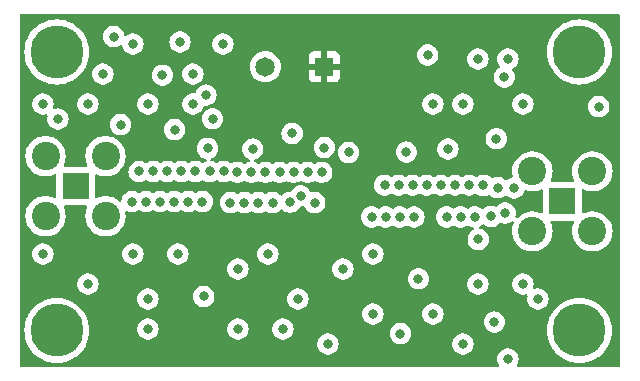
<source format=gbr>
%TF.GenerationSoftware,KiCad,Pcbnew,7.0.5*%
%TF.CreationDate,2023-11-04T20:08:50-04:00*%
%TF.ProjectId,LNA,4c4e412e-6b69-4636-9164-5f7063625858,rev?*%
%TF.SameCoordinates,Original*%
%TF.FileFunction,Copper,L3,Inr*%
%TF.FilePolarity,Positive*%
%FSLAX46Y46*%
G04 Gerber Fmt 4.6, Leading zero omitted, Abs format (unit mm)*
G04 Created by KiCad (PCBNEW 7.0.5) date 2023-11-04 20:08:50*
%MOMM*%
%LPD*%
G01*
G04 APERTURE LIST*
%TA.AperFunction,ComponentPad*%
%ADD10R,2.250000X2.250000*%
%TD*%
%TA.AperFunction,ComponentPad*%
%ADD11C,2.400000*%
%TD*%
%TA.AperFunction,ComponentPad*%
%ADD12C,4.500000*%
%TD*%
%TA.AperFunction,ComponentPad*%
%ADD13R,1.650000X1.650000*%
%TD*%
%TA.AperFunction,ComponentPad*%
%ADD14C,1.650000*%
%TD*%
%TA.AperFunction,ViaPad*%
%ADD15C,0.800000*%
%TD*%
G04 APERTURE END LIST*
D10*
%TO.N,LNA_INPUT*%
%TO.C,J2*%
X151355000Y-118710000D03*
D11*
%TO.N,GND*%
X153895000Y-121250000D03*
X153895000Y-116170000D03*
X148815000Y-116170000D03*
X148815000Y-121250000D03*
%TD*%
D12*
%TO.N,N/C*%
%TO.C,*%
X149770000Y-130930000D03*
%TD*%
D13*
%TO.N,+3.3V*%
%TO.C,J1*%
X172420000Y-108600000D03*
D14*
%TO.N,GND*%
X167420000Y-108600000D03*
%TD*%
D12*
%TO.N,N/C*%
%TO.C,*%
X194020000Y-130930000D03*
%TD*%
%TO.N,N/C*%
%TO.C,*%
X149770000Y-107350000D03*
%TD*%
D10*
%TO.N,LNA_OUTPUT*%
%TO.C,J3*%
X192575000Y-120000000D03*
D11*
%TO.N,GND*%
X190035000Y-117460000D03*
X190035000Y-122540000D03*
X195115000Y-122540000D03*
X195115000Y-117460000D03*
%TD*%
D12*
%TO.N,N/C*%
%TO.C,*%
X194020000Y-107350000D03*
%TD*%
D15*
%TO.N,GND*%
X171610000Y-120100000D03*
X165652856Y-120100000D03*
X187960000Y-133350000D03*
X181610000Y-111760000D03*
X163890000Y-117470000D03*
X152400000Y-127000000D03*
X186809272Y-130222354D03*
X178868558Y-131194686D03*
X169520000Y-120080000D03*
X185890000Y-118650000D03*
X178808568Y-121320000D03*
X188468000Y-118872000D03*
X160315712Y-117470000D03*
X182287140Y-118630000D03*
X190500000Y-128270000D03*
X158515712Y-120020000D03*
X165100000Y-130810000D03*
X172720000Y-132080000D03*
X156210000Y-124460000D03*
X158708870Y-109317211D03*
X182771428Y-121320000D03*
X163830000Y-106680000D03*
X166242856Y-117540000D03*
X152400000Y-111760000D03*
X179360000Y-115830000D03*
X181095712Y-118630000D03*
X183962856Y-121320000D03*
X159707140Y-120020000D03*
X189230000Y-127000000D03*
X155176063Y-113498239D03*
X164461428Y-120100000D03*
X178712856Y-118630000D03*
X165051428Y-117540000D03*
X174470000Y-115860000D03*
X170420000Y-119530000D03*
X184150000Y-132080000D03*
X168035712Y-120100000D03*
X185420000Y-127000000D03*
X168910000Y-130810000D03*
X162090000Y-120020000D03*
X162209266Y-128050812D03*
X166357884Y-115572548D03*
X157480000Y-111760000D03*
X186971327Y-114697449D03*
X187730000Y-120980000D03*
X185448007Y-123221562D03*
X185154284Y-121320000D03*
X181610000Y-129540000D03*
X157480000Y-128270000D03*
X156741428Y-117470000D03*
X156132856Y-120020000D03*
X161290000Y-109220000D03*
X161507140Y-117470000D03*
X162954721Y-113012073D03*
X184670000Y-118630000D03*
X173990000Y-125730000D03*
X159746024Y-113919583D03*
X157324284Y-120020000D03*
X187651960Y-109479266D03*
X180391879Y-126559902D03*
X182880000Y-115570000D03*
X168625712Y-117540000D03*
X176530000Y-129540000D03*
X181180000Y-107610000D03*
X171008568Y-117540000D03*
X187960000Y-107950000D03*
X176425712Y-121320000D03*
X148590000Y-111760000D03*
X162698568Y-117470000D03*
X153670000Y-109220000D03*
X179904284Y-118630000D03*
X172200000Y-117540000D03*
X167434284Y-117540000D03*
X169696224Y-114243694D03*
X170180000Y-128270000D03*
X185420000Y-107950000D03*
X177521428Y-118630000D03*
X149860000Y-113030000D03*
X195657495Y-111974919D03*
X184150000Y-111760000D03*
X177617140Y-121320000D03*
X157480000Y-130810000D03*
X186560000Y-121270000D03*
X169817140Y-117540000D03*
X176530000Y-124460000D03*
X180000000Y-121320000D03*
X162403732Y-111002586D03*
X160898568Y-120020000D03*
X172418755Y-115442904D03*
X165100000Y-125730000D03*
X189230000Y-111760000D03*
X161290000Y-111760000D03*
X162533377Y-115507726D03*
X187110000Y-118830000D03*
X159124284Y-117470000D03*
X160199779Y-106497447D03*
X148590000Y-124460000D03*
X166844284Y-120100000D03*
X157932856Y-117470000D03*
X160020000Y-124460000D03*
X167640000Y-124460000D03*
X154592663Y-106043692D03*
X183478568Y-118630000D03*
X156210000Y-106680000D03*
%TO.N,+3.3V*%
X173920000Y-117400000D03*
X179630000Y-117240000D03*
%TD*%
%TA.AperFunction,Conductor*%
%TO.N,+3.3V*%
G36*
X197392539Y-104130185D02*
G01*
X197438294Y-104182989D01*
X197449500Y-104234500D01*
X197449500Y-133915500D01*
X197429815Y-133982539D01*
X197377011Y-134028294D01*
X197325500Y-134039500D01*
X188816499Y-134039500D01*
X188749460Y-134019815D01*
X188703705Y-133967011D01*
X188693761Y-133897853D01*
X188709112Y-133853500D01*
X188787179Y-133718284D01*
X188845674Y-133538256D01*
X188865460Y-133350000D01*
X188845674Y-133161744D01*
X188787179Y-132981716D01*
X188692533Y-132817784D01*
X188565871Y-132677112D01*
X188565870Y-132677111D01*
X188412734Y-132565851D01*
X188412729Y-132565848D01*
X188239807Y-132488857D01*
X188239802Y-132488855D01*
X188094000Y-132457865D01*
X188054646Y-132449500D01*
X187865354Y-132449500D01*
X187832897Y-132456398D01*
X187680197Y-132488855D01*
X187680192Y-132488857D01*
X187507270Y-132565848D01*
X187507265Y-132565851D01*
X187354129Y-132677111D01*
X187227466Y-132817785D01*
X187132821Y-132981715D01*
X187132818Y-132981722D01*
X187074327Y-133161740D01*
X187074326Y-133161744D01*
X187054540Y-133350000D01*
X187074326Y-133538256D01*
X187074327Y-133538259D01*
X187132818Y-133718277D01*
X187132821Y-133718284D01*
X187210888Y-133853500D01*
X187227361Y-133921400D01*
X187204508Y-133987427D01*
X187149587Y-134030618D01*
X187103501Y-134039500D01*
X146774500Y-134039500D01*
X146707461Y-134019815D01*
X146661706Y-133967011D01*
X146650500Y-133915500D01*
X146650500Y-130930000D01*
X147014473Y-130930000D01*
X147034563Y-131262136D01*
X147034563Y-131262141D01*
X147034564Y-131262142D01*
X147094544Y-131589441D01*
X147094545Y-131589445D01*
X147094546Y-131589449D01*
X147193530Y-131907104D01*
X147193534Y-131907116D01*
X147193537Y-131907123D01*
X147330102Y-132210557D01*
X147473809Y-132448277D01*
X147502251Y-132495326D01*
X147707460Y-132757255D01*
X147942744Y-132992539D01*
X148204673Y-133197748D01*
X148204678Y-133197751D01*
X148204682Y-133197754D01*
X148489443Y-133369898D01*
X148792877Y-133506463D01*
X148792890Y-133506467D01*
X148792895Y-133506469D01*
X149004665Y-133572458D01*
X149110559Y-133605456D01*
X149437858Y-133665436D01*
X149770000Y-133685527D01*
X150102142Y-133665436D01*
X150429441Y-133605456D01*
X150747123Y-133506463D01*
X151050557Y-133369898D01*
X151335318Y-133197754D01*
X151381282Y-133161744D01*
X151411740Y-133137881D01*
X151597252Y-132992542D01*
X151832542Y-132757252D01*
X152037754Y-132495318D01*
X152209898Y-132210557D01*
X152268657Y-132080000D01*
X171814540Y-132080000D01*
X171834326Y-132268256D01*
X171834327Y-132268259D01*
X171892818Y-132448277D01*
X171892821Y-132448284D01*
X171987467Y-132612216D01*
X172045899Y-132677111D01*
X172114129Y-132752888D01*
X172267265Y-132864148D01*
X172267270Y-132864151D01*
X172440192Y-132941142D01*
X172440197Y-132941144D01*
X172625354Y-132980500D01*
X172625355Y-132980500D01*
X172814644Y-132980500D01*
X172814646Y-132980500D01*
X172999803Y-132941144D01*
X173172730Y-132864151D01*
X173325871Y-132752888D01*
X173452533Y-132612216D01*
X173547179Y-132448284D01*
X173605674Y-132268256D01*
X173625460Y-132080000D01*
X173605674Y-131891744D01*
X173547179Y-131711716D01*
X173452533Y-131547784D01*
X173325871Y-131407112D01*
X173292604Y-131382942D01*
X173172734Y-131295851D01*
X173172729Y-131295848D01*
X172999807Y-131218857D01*
X172999802Y-131218855D01*
X172886092Y-131194686D01*
X177963098Y-131194686D01*
X177982884Y-131382942D01*
X177982885Y-131382945D01*
X178041376Y-131562963D01*
X178041379Y-131562970D01*
X178136025Y-131726902D01*
X178262687Y-131867574D01*
X178415823Y-131978834D01*
X178415828Y-131978837D01*
X178588750Y-132055828D01*
X178588755Y-132055830D01*
X178773912Y-132095186D01*
X178773913Y-132095186D01*
X178963202Y-132095186D01*
X178963204Y-132095186D01*
X179034649Y-132080000D01*
X183244540Y-132080000D01*
X183264326Y-132268256D01*
X183264327Y-132268259D01*
X183322818Y-132448277D01*
X183322821Y-132448284D01*
X183417467Y-132612216D01*
X183475899Y-132677111D01*
X183544129Y-132752888D01*
X183697265Y-132864148D01*
X183697270Y-132864151D01*
X183870192Y-132941142D01*
X183870197Y-132941144D01*
X184055354Y-132980500D01*
X184055355Y-132980500D01*
X184244644Y-132980500D01*
X184244646Y-132980500D01*
X184429803Y-132941144D01*
X184602730Y-132864151D01*
X184755871Y-132752888D01*
X184882533Y-132612216D01*
X184977179Y-132448284D01*
X185035674Y-132268256D01*
X185055460Y-132080000D01*
X185035674Y-131891744D01*
X184977179Y-131711716D01*
X184882533Y-131547784D01*
X184755871Y-131407112D01*
X184722604Y-131382942D01*
X184602734Y-131295851D01*
X184602729Y-131295848D01*
X184429807Y-131218857D01*
X184429802Y-131218855D01*
X184284000Y-131187865D01*
X184244646Y-131179500D01*
X184055354Y-131179500D01*
X184022897Y-131186398D01*
X183870197Y-131218855D01*
X183870192Y-131218857D01*
X183697270Y-131295848D01*
X183697265Y-131295851D01*
X183544129Y-131407111D01*
X183417466Y-131547785D01*
X183322821Y-131711715D01*
X183322818Y-131711722D01*
X183272179Y-131867574D01*
X183264326Y-131891744D01*
X183247577Y-132051101D01*
X183247081Y-132055828D01*
X183244540Y-132080000D01*
X179034649Y-132080000D01*
X179148361Y-132055830D01*
X179321288Y-131978837D01*
X179474429Y-131867574D01*
X179601091Y-131726902D01*
X179695737Y-131562970D01*
X179754232Y-131382942D01*
X179774018Y-131194686D01*
X179754232Y-131006430D01*
X179695737Y-130826402D01*
X179601091Y-130662470D01*
X179474429Y-130521798D01*
X179474428Y-130521797D01*
X179321292Y-130410537D01*
X179321287Y-130410534D01*
X179148365Y-130333543D01*
X179148360Y-130333541D01*
X179002558Y-130302551D01*
X178963204Y-130294186D01*
X178773912Y-130294186D01*
X178741455Y-130301084D01*
X178588755Y-130333541D01*
X178588750Y-130333543D01*
X178415828Y-130410534D01*
X178415823Y-130410537D01*
X178262687Y-130521797D01*
X178136024Y-130662471D01*
X178041379Y-130826401D01*
X178041376Y-130826408D01*
X177985540Y-130998256D01*
X177982884Y-131006430D01*
X177963098Y-131194686D01*
X172886092Y-131194686D01*
X172854001Y-131187865D01*
X172814646Y-131179500D01*
X172625354Y-131179500D01*
X172592897Y-131186398D01*
X172440197Y-131218855D01*
X172440192Y-131218857D01*
X172267270Y-131295848D01*
X172267265Y-131295851D01*
X172114129Y-131407111D01*
X171987466Y-131547785D01*
X171892821Y-131711715D01*
X171892818Y-131711722D01*
X171842179Y-131867574D01*
X171834326Y-131891744D01*
X171814540Y-132080000D01*
X152268657Y-132080000D01*
X152346463Y-131907123D01*
X152445456Y-131589441D01*
X152505436Y-131262142D01*
X152525527Y-130930000D01*
X152518268Y-130810000D01*
X156574540Y-130810000D01*
X156594326Y-130998256D01*
X156594327Y-130998259D01*
X156652818Y-131178277D01*
X156652821Y-131178284D01*
X156747467Y-131342216D01*
X156784140Y-131382945D01*
X156874129Y-131482888D01*
X157027265Y-131594148D01*
X157027270Y-131594151D01*
X157200192Y-131671142D01*
X157200197Y-131671144D01*
X157385354Y-131710500D01*
X157385355Y-131710500D01*
X157574644Y-131710500D01*
X157574646Y-131710500D01*
X157759803Y-131671144D01*
X157932730Y-131594151D01*
X158085871Y-131482888D01*
X158212533Y-131342216D01*
X158307179Y-131178284D01*
X158365674Y-130998256D01*
X158385460Y-130810000D01*
X164194540Y-130810000D01*
X164214326Y-130998256D01*
X164214327Y-130998259D01*
X164272818Y-131178277D01*
X164272821Y-131178284D01*
X164367467Y-131342216D01*
X164404140Y-131382945D01*
X164494129Y-131482888D01*
X164647265Y-131594148D01*
X164647270Y-131594151D01*
X164820192Y-131671142D01*
X164820197Y-131671144D01*
X165005354Y-131710500D01*
X165005355Y-131710500D01*
X165194644Y-131710500D01*
X165194646Y-131710500D01*
X165379803Y-131671144D01*
X165552730Y-131594151D01*
X165705871Y-131482888D01*
X165832533Y-131342216D01*
X165927179Y-131178284D01*
X165985674Y-130998256D01*
X166005460Y-130810000D01*
X168004540Y-130810000D01*
X168024326Y-130998256D01*
X168024327Y-130998259D01*
X168082818Y-131178277D01*
X168082821Y-131178284D01*
X168177467Y-131342216D01*
X168214140Y-131382945D01*
X168304129Y-131482888D01*
X168457265Y-131594148D01*
X168457270Y-131594151D01*
X168630192Y-131671142D01*
X168630197Y-131671144D01*
X168815354Y-131710500D01*
X168815355Y-131710500D01*
X169004644Y-131710500D01*
X169004646Y-131710500D01*
X169189803Y-131671144D01*
X169362730Y-131594151D01*
X169515871Y-131482888D01*
X169642533Y-131342216D01*
X169737179Y-131178284D01*
X169795674Y-130998256D01*
X169815460Y-130810000D01*
X169795674Y-130621744D01*
X169737179Y-130441716D01*
X169642533Y-130277784D01*
X169515871Y-130137112D01*
X169515870Y-130137111D01*
X169362734Y-130025851D01*
X169362729Y-130025848D01*
X169189807Y-129948857D01*
X169189802Y-129948855D01*
X169044001Y-129917865D01*
X169004646Y-129909500D01*
X168815354Y-129909500D01*
X168782897Y-129916398D01*
X168630197Y-129948855D01*
X168630192Y-129948857D01*
X168457270Y-130025848D01*
X168457265Y-130025851D01*
X168304129Y-130137111D01*
X168177466Y-130277785D01*
X168082821Y-130441715D01*
X168082818Y-130441722D01*
X168034435Y-130590631D01*
X168024326Y-130621744D01*
X168004540Y-130810000D01*
X166005460Y-130810000D01*
X165985674Y-130621744D01*
X165927179Y-130441716D01*
X165832533Y-130277784D01*
X165705871Y-130137112D01*
X165705870Y-130137111D01*
X165552734Y-130025851D01*
X165552729Y-130025848D01*
X165379807Y-129948857D01*
X165379802Y-129948855D01*
X165234001Y-129917865D01*
X165194646Y-129909500D01*
X165005354Y-129909500D01*
X164972897Y-129916398D01*
X164820197Y-129948855D01*
X164820192Y-129948857D01*
X164647270Y-130025848D01*
X164647265Y-130025851D01*
X164494129Y-130137111D01*
X164367466Y-130277785D01*
X164272821Y-130441715D01*
X164272818Y-130441722D01*
X164224435Y-130590631D01*
X164214326Y-130621744D01*
X164194540Y-130810000D01*
X158385460Y-130810000D01*
X158365674Y-130621744D01*
X158307179Y-130441716D01*
X158212533Y-130277784D01*
X158085871Y-130137112D01*
X158085870Y-130137111D01*
X157932734Y-130025851D01*
X157932729Y-130025848D01*
X157759807Y-129948857D01*
X157759802Y-129948855D01*
X157614001Y-129917865D01*
X157574646Y-129909500D01*
X157385354Y-129909500D01*
X157352897Y-129916398D01*
X157200197Y-129948855D01*
X157200192Y-129948857D01*
X157027270Y-130025848D01*
X157027265Y-130025851D01*
X156874129Y-130137111D01*
X156747466Y-130277785D01*
X156652821Y-130441715D01*
X156652818Y-130441722D01*
X156604435Y-130590631D01*
X156594326Y-130621744D01*
X156574540Y-130810000D01*
X152518268Y-130810000D01*
X152505436Y-130597858D01*
X152445456Y-130270559D01*
X152383650Y-130072214D01*
X152346469Y-129952895D01*
X152346467Y-129952890D01*
X152346463Y-129952877D01*
X152209898Y-129649443D01*
X152143737Y-129540000D01*
X175624540Y-129540000D01*
X175644326Y-129728256D01*
X175644327Y-129728259D01*
X175702818Y-129908277D01*
X175702821Y-129908284D01*
X175797467Y-130072216D01*
X175855899Y-130137111D01*
X175924129Y-130212888D01*
X176077265Y-130324148D01*
X176077270Y-130324151D01*
X176250192Y-130401142D01*
X176250197Y-130401144D01*
X176435354Y-130440500D01*
X176435355Y-130440500D01*
X176624644Y-130440500D01*
X176624646Y-130440500D01*
X176809803Y-130401144D01*
X176982730Y-130324151D01*
X177135871Y-130212888D01*
X177262533Y-130072216D01*
X177357179Y-129908284D01*
X177415674Y-129728256D01*
X177435460Y-129540000D01*
X180704540Y-129540000D01*
X180724326Y-129728256D01*
X180724327Y-129728259D01*
X180782818Y-129908277D01*
X180782821Y-129908284D01*
X180877467Y-130072216D01*
X180935899Y-130137111D01*
X181004129Y-130212888D01*
X181157265Y-130324148D01*
X181157270Y-130324151D01*
X181330192Y-130401142D01*
X181330197Y-130401144D01*
X181515354Y-130440500D01*
X181515355Y-130440500D01*
X181704644Y-130440500D01*
X181704646Y-130440500D01*
X181889803Y-130401144D01*
X182062730Y-130324151D01*
X182202842Y-130222354D01*
X185903812Y-130222354D01*
X185923598Y-130410610D01*
X185923599Y-130410613D01*
X185982090Y-130590631D01*
X185982093Y-130590638D01*
X186076739Y-130754570D01*
X186203401Y-130895241D01*
X186203401Y-130895242D01*
X186356537Y-131006502D01*
X186356542Y-131006505D01*
X186529464Y-131083496D01*
X186529469Y-131083498D01*
X186714626Y-131122854D01*
X186714627Y-131122854D01*
X186903916Y-131122854D01*
X186903918Y-131122854D01*
X187089075Y-131083498D01*
X187262002Y-131006505D01*
X187367304Y-130929999D01*
X191264473Y-130929999D01*
X191284563Y-131262136D01*
X191284563Y-131262141D01*
X191284564Y-131262142D01*
X191344544Y-131589441D01*
X191344545Y-131589445D01*
X191344546Y-131589449D01*
X191443530Y-131907104D01*
X191443534Y-131907116D01*
X191443537Y-131907123D01*
X191580102Y-132210557D01*
X191723809Y-132448277D01*
X191752251Y-132495326D01*
X191957460Y-132757255D01*
X192192744Y-132992539D01*
X192454673Y-133197748D01*
X192454678Y-133197751D01*
X192454682Y-133197754D01*
X192739443Y-133369898D01*
X193042877Y-133506463D01*
X193042890Y-133506467D01*
X193042895Y-133506469D01*
X193254665Y-133572458D01*
X193360559Y-133605456D01*
X193687858Y-133665436D01*
X194020000Y-133685527D01*
X194352142Y-133665436D01*
X194679441Y-133605456D01*
X194997123Y-133506463D01*
X195300557Y-133369898D01*
X195585318Y-133197754D01*
X195631282Y-133161744D01*
X195661740Y-133137881D01*
X195847252Y-132992542D01*
X196082542Y-132757252D01*
X196287754Y-132495318D01*
X196459898Y-132210557D01*
X196596463Y-131907123D01*
X196695456Y-131589441D01*
X196755436Y-131262142D01*
X196775527Y-130930000D01*
X196755436Y-130597858D01*
X196695456Y-130270559D01*
X196633650Y-130072214D01*
X196596469Y-129952895D01*
X196596467Y-129952890D01*
X196596463Y-129952877D01*
X196459898Y-129649443D01*
X196287754Y-129364682D01*
X196287751Y-129364678D01*
X196287748Y-129364673D01*
X196082539Y-129102744D01*
X195847255Y-128867460D01*
X195585326Y-128662251D01*
X195585318Y-128662246D01*
X195300557Y-128490102D01*
X194997123Y-128353537D01*
X194997116Y-128353534D01*
X194997104Y-128353530D01*
X194679449Y-128254546D01*
X194679445Y-128254545D01*
X194679441Y-128254544D01*
X194352142Y-128194564D01*
X194352141Y-128194563D01*
X194352136Y-128194563D01*
X194020000Y-128174473D01*
X193687863Y-128194563D01*
X193687857Y-128194564D01*
X193687858Y-128194564D01*
X193360559Y-128254544D01*
X193360556Y-128254544D01*
X193360550Y-128254546D01*
X193042895Y-128353530D01*
X193042879Y-128353536D01*
X193042877Y-128353537D01*
X192849656Y-128440498D01*
X192739447Y-128490100D01*
X192739445Y-128490101D01*
X192454673Y-128662251D01*
X192192744Y-128867460D01*
X191957460Y-129102744D01*
X191752251Y-129364673D01*
X191580101Y-129649445D01*
X191580100Y-129649447D01*
X191561786Y-129690139D01*
X191445347Y-129948857D01*
X191443536Y-129952880D01*
X191443530Y-129952895D01*
X191344546Y-130270550D01*
X191344544Y-130270556D01*
X191344544Y-130270559D01*
X191313178Y-130441716D01*
X191284563Y-130597863D01*
X191264473Y-130929999D01*
X187367304Y-130929999D01*
X187415143Y-130895242D01*
X187541805Y-130754570D01*
X187636451Y-130590638D01*
X187694946Y-130410610D01*
X187714732Y-130222354D01*
X187694946Y-130034098D01*
X187636451Y-129854070D01*
X187541805Y-129690138D01*
X187415143Y-129549466D01*
X187415142Y-129549465D01*
X187262006Y-129438205D01*
X187262001Y-129438202D01*
X187089079Y-129361211D01*
X187089074Y-129361209D01*
X186943273Y-129330219D01*
X186903918Y-129321854D01*
X186714626Y-129321854D01*
X186682169Y-129328752D01*
X186529469Y-129361209D01*
X186529464Y-129361211D01*
X186356542Y-129438202D01*
X186356537Y-129438205D01*
X186203401Y-129549465D01*
X186076738Y-129690139D01*
X185982093Y-129854069D01*
X185982090Y-129854076D01*
X185923599Y-130034094D01*
X185923598Y-130034098D01*
X185903812Y-130222354D01*
X182202842Y-130222354D01*
X182215871Y-130212888D01*
X182342533Y-130072216D01*
X182437179Y-129908284D01*
X182495674Y-129728256D01*
X182515460Y-129540000D01*
X182495674Y-129351744D01*
X182437179Y-129171716D01*
X182342533Y-129007784D01*
X182215871Y-128867112D01*
X182171622Y-128834963D01*
X182062734Y-128755851D01*
X182062729Y-128755848D01*
X181889807Y-128678857D01*
X181889802Y-128678855D01*
X181744000Y-128647865D01*
X181704646Y-128639500D01*
X181515354Y-128639500D01*
X181482897Y-128646398D01*
X181330197Y-128678855D01*
X181330192Y-128678857D01*
X181157270Y-128755848D01*
X181157265Y-128755851D01*
X181004129Y-128867111D01*
X180877466Y-129007785D01*
X180782821Y-129171715D01*
X180782818Y-129171722D01*
X180724327Y-129351740D01*
X180724326Y-129351744D01*
X180704540Y-129540000D01*
X177435460Y-129540000D01*
X177415674Y-129351744D01*
X177357179Y-129171716D01*
X177262533Y-129007784D01*
X177135871Y-128867112D01*
X177091622Y-128834963D01*
X176982734Y-128755851D01*
X176982729Y-128755848D01*
X176809807Y-128678857D01*
X176809802Y-128678855D01*
X176664000Y-128647865D01*
X176624646Y-128639500D01*
X176435354Y-128639500D01*
X176402897Y-128646398D01*
X176250197Y-128678855D01*
X176250192Y-128678857D01*
X176077270Y-128755848D01*
X176077265Y-128755851D01*
X175924129Y-128867111D01*
X175797466Y-129007785D01*
X175702821Y-129171715D01*
X175702818Y-129171722D01*
X175644327Y-129351740D01*
X175644326Y-129351744D01*
X175624540Y-129540000D01*
X152143737Y-129540000D01*
X152037754Y-129364682D01*
X152037751Y-129364678D01*
X152037748Y-129364673D01*
X151832539Y-129102744D01*
X151597255Y-128867460D01*
X151335326Y-128662251D01*
X151335318Y-128662246D01*
X151050557Y-128490102D01*
X150747123Y-128353537D01*
X150747116Y-128353534D01*
X150747104Y-128353530D01*
X150479043Y-128270000D01*
X156574540Y-128270000D01*
X156594326Y-128458256D01*
X156594327Y-128458259D01*
X156652818Y-128638277D01*
X156652821Y-128638284D01*
X156747467Y-128802216D01*
X156846276Y-128911954D01*
X156874129Y-128942888D01*
X157027265Y-129054148D01*
X157027270Y-129054151D01*
X157200192Y-129131142D01*
X157200197Y-129131144D01*
X157385354Y-129170500D01*
X157385355Y-129170500D01*
X157574644Y-129170500D01*
X157574646Y-129170500D01*
X157759803Y-129131144D01*
X157932730Y-129054151D01*
X158085871Y-128942888D01*
X158212533Y-128802216D01*
X158307179Y-128638284D01*
X158365674Y-128458256D01*
X158385460Y-128270000D01*
X158365674Y-128081744D01*
X158355624Y-128050812D01*
X161303806Y-128050812D01*
X161323592Y-128239068D01*
X161323593Y-128239071D01*
X161382084Y-128419089D01*
X161382087Y-128419096D01*
X161476733Y-128583028D01*
X161563017Y-128678856D01*
X161603395Y-128723700D01*
X161756531Y-128834960D01*
X161756536Y-128834963D01*
X161929458Y-128911954D01*
X161929463Y-128911956D01*
X162114620Y-128951312D01*
X162114621Y-128951312D01*
X162303910Y-128951312D01*
X162303912Y-128951312D01*
X162489069Y-128911956D01*
X162661996Y-128834963D01*
X162815137Y-128723700D01*
X162941799Y-128583028D01*
X163036445Y-128419096D01*
X163084890Y-128270000D01*
X169274540Y-128270000D01*
X169294326Y-128458256D01*
X169294327Y-128458259D01*
X169352818Y-128638277D01*
X169352821Y-128638284D01*
X169447467Y-128802216D01*
X169546276Y-128911954D01*
X169574129Y-128942888D01*
X169727265Y-129054148D01*
X169727270Y-129054151D01*
X169900192Y-129131142D01*
X169900197Y-129131144D01*
X170085354Y-129170500D01*
X170085355Y-129170500D01*
X170274644Y-129170500D01*
X170274646Y-129170500D01*
X170459803Y-129131144D01*
X170632730Y-129054151D01*
X170785871Y-128942888D01*
X170912533Y-128802216D01*
X171007179Y-128638284D01*
X171065674Y-128458256D01*
X171085460Y-128270000D01*
X171065674Y-128081744D01*
X171007179Y-127901716D01*
X170912533Y-127737784D01*
X170785871Y-127597112D01*
X170785870Y-127597111D01*
X170632734Y-127485851D01*
X170632729Y-127485848D01*
X170459807Y-127408857D01*
X170459802Y-127408855D01*
X170314000Y-127377865D01*
X170274646Y-127369500D01*
X170085354Y-127369500D01*
X170052897Y-127376398D01*
X169900197Y-127408855D01*
X169900192Y-127408857D01*
X169727270Y-127485848D01*
X169727265Y-127485851D01*
X169574129Y-127597111D01*
X169447466Y-127737785D01*
X169352821Y-127901715D01*
X169352818Y-127901722D01*
X169294327Y-128081740D01*
X169294326Y-128081744D01*
X169274540Y-128270000D01*
X163084890Y-128270000D01*
X163094940Y-128239068D01*
X163114726Y-128050812D01*
X163094940Y-127862556D01*
X163036445Y-127682528D01*
X162941799Y-127518596D01*
X162815137Y-127377924D01*
X162815136Y-127377923D01*
X162662000Y-127266663D01*
X162661995Y-127266660D01*
X162489073Y-127189669D01*
X162489068Y-127189667D01*
X162343266Y-127158677D01*
X162303912Y-127150312D01*
X162114620Y-127150312D01*
X162082163Y-127157210D01*
X161929463Y-127189667D01*
X161929458Y-127189669D01*
X161756536Y-127266660D01*
X161756531Y-127266663D01*
X161603395Y-127377923D01*
X161476732Y-127518597D01*
X161382087Y-127682527D01*
X161382084Y-127682534D01*
X161323593Y-127862552D01*
X161323592Y-127862556D01*
X161303806Y-128050812D01*
X158355624Y-128050812D01*
X158307179Y-127901716D01*
X158212533Y-127737784D01*
X158085871Y-127597112D01*
X158085870Y-127597111D01*
X157932734Y-127485851D01*
X157932729Y-127485848D01*
X157759807Y-127408857D01*
X157759802Y-127408855D01*
X157614001Y-127377865D01*
X157574646Y-127369500D01*
X157385354Y-127369500D01*
X157352897Y-127376398D01*
X157200197Y-127408855D01*
X157200192Y-127408857D01*
X157027270Y-127485848D01*
X157027265Y-127485851D01*
X156874129Y-127597111D01*
X156747466Y-127737785D01*
X156652821Y-127901715D01*
X156652818Y-127901722D01*
X156594327Y-128081740D01*
X156594326Y-128081744D01*
X156574540Y-128270000D01*
X150479043Y-128270000D01*
X150429449Y-128254546D01*
X150429445Y-128254545D01*
X150429441Y-128254544D01*
X150102142Y-128194564D01*
X150102141Y-128194563D01*
X150102136Y-128194563D01*
X149770000Y-128174473D01*
X149437863Y-128194563D01*
X149437857Y-128194564D01*
X149437858Y-128194564D01*
X149110559Y-128254544D01*
X149110556Y-128254544D01*
X149110550Y-128254546D01*
X148792895Y-128353530D01*
X148792879Y-128353536D01*
X148792877Y-128353537D01*
X148599656Y-128440498D01*
X148489447Y-128490100D01*
X148489445Y-128490101D01*
X148204673Y-128662251D01*
X147942744Y-128867460D01*
X147707460Y-129102744D01*
X147502251Y-129364673D01*
X147330101Y-129649445D01*
X147330100Y-129649447D01*
X147311786Y-129690139D01*
X147195347Y-129948857D01*
X147193536Y-129952880D01*
X147193530Y-129952895D01*
X147094546Y-130270550D01*
X147094544Y-130270556D01*
X147094544Y-130270559D01*
X147063178Y-130441716D01*
X147034563Y-130597863D01*
X147014473Y-130930000D01*
X146650500Y-130930000D01*
X146650500Y-127000000D01*
X151494540Y-127000000D01*
X151514326Y-127188256D01*
X151514327Y-127188259D01*
X151572818Y-127368277D01*
X151572821Y-127368284D01*
X151667467Y-127532216D01*
X151725899Y-127597111D01*
X151794129Y-127672888D01*
X151947265Y-127784148D01*
X151947270Y-127784151D01*
X152120192Y-127861142D01*
X152120197Y-127861144D01*
X152305354Y-127900500D01*
X152305355Y-127900500D01*
X152494644Y-127900500D01*
X152494646Y-127900500D01*
X152679803Y-127861144D01*
X152852730Y-127784151D01*
X153005871Y-127672888D01*
X153132533Y-127532216D01*
X153227179Y-127368284D01*
X153285674Y-127188256D01*
X153305460Y-127000000D01*
X153285674Y-126811744D01*
X153227179Y-126631716D01*
X153132533Y-126467784D01*
X153005871Y-126327112D01*
X153005870Y-126327111D01*
X152852734Y-126215851D01*
X152852729Y-126215848D01*
X152679807Y-126138857D01*
X152679802Y-126138855D01*
X152534000Y-126107865D01*
X152494646Y-126099500D01*
X152305354Y-126099500D01*
X152272897Y-126106398D01*
X152120197Y-126138855D01*
X152120192Y-126138857D01*
X151947270Y-126215848D01*
X151947265Y-126215851D01*
X151794129Y-126327111D01*
X151667466Y-126467785D01*
X151572821Y-126631715D01*
X151572818Y-126631722D01*
X151534986Y-126748158D01*
X151514326Y-126811744D01*
X151494540Y-127000000D01*
X146650500Y-127000000D01*
X146650500Y-125730000D01*
X164194540Y-125730000D01*
X164214326Y-125918256D01*
X164214327Y-125918259D01*
X164272818Y-126098277D01*
X164272821Y-126098284D01*
X164367467Y-126262216D01*
X164494129Y-126402888D01*
X164647265Y-126514148D01*
X164647270Y-126514151D01*
X164820192Y-126591142D01*
X164820197Y-126591144D01*
X165005354Y-126630500D01*
X165005355Y-126630500D01*
X165194644Y-126630500D01*
X165194646Y-126630500D01*
X165379803Y-126591144D01*
X165552730Y-126514151D01*
X165705871Y-126402888D01*
X165832533Y-126262216D01*
X165927179Y-126098284D01*
X165985674Y-125918256D01*
X166005460Y-125730000D01*
X173084540Y-125730000D01*
X173104326Y-125918256D01*
X173104327Y-125918259D01*
X173162818Y-126098277D01*
X173162821Y-126098284D01*
X173257467Y-126262216D01*
X173384128Y-126402887D01*
X173384129Y-126402888D01*
X173537265Y-126514148D01*
X173537270Y-126514151D01*
X173710192Y-126591142D01*
X173710197Y-126591144D01*
X173895354Y-126630500D01*
X173895355Y-126630500D01*
X174084644Y-126630500D01*
X174084646Y-126630500D01*
X174269803Y-126591144D01*
X174339973Y-126559902D01*
X179486419Y-126559902D01*
X179506205Y-126748158D01*
X179506206Y-126748161D01*
X179564697Y-126928179D01*
X179564700Y-126928186D01*
X179659346Y-127092118D01*
X179745912Y-127188259D01*
X179786008Y-127232790D01*
X179939144Y-127344050D01*
X179939149Y-127344053D01*
X180112071Y-127421044D01*
X180112076Y-127421046D01*
X180297233Y-127460402D01*
X180297234Y-127460402D01*
X180486523Y-127460402D01*
X180486525Y-127460402D01*
X180671682Y-127421046D01*
X180844609Y-127344053D01*
X180997750Y-127232790D01*
X181124412Y-127092118D01*
X181177596Y-127000000D01*
X184514540Y-127000000D01*
X184534326Y-127188256D01*
X184534327Y-127188259D01*
X184592818Y-127368277D01*
X184592821Y-127368284D01*
X184687467Y-127532216D01*
X184745899Y-127597111D01*
X184814129Y-127672888D01*
X184967265Y-127784148D01*
X184967270Y-127784151D01*
X185140192Y-127861142D01*
X185140197Y-127861144D01*
X185325354Y-127900500D01*
X185325355Y-127900500D01*
X185514644Y-127900500D01*
X185514646Y-127900500D01*
X185699803Y-127861144D01*
X185872730Y-127784151D01*
X186025871Y-127672888D01*
X186152533Y-127532216D01*
X186247179Y-127368284D01*
X186305674Y-127188256D01*
X186325460Y-127000000D01*
X188324540Y-127000000D01*
X188344326Y-127188256D01*
X188344327Y-127188259D01*
X188402818Y-127368277D01*
X188402821Y-127368284D01*
X188497467Y-127532216D01*
X188555899Y-127597111D01*
X188624129Y-127672888D01*
X188777265Y-127784148D01*
X188777270Y-127784151D01*
X188950192Y-127861142D01*
X188950197Y-127861144D01*
X189135354Y-127900500D01*
X189135355Y-127900500D01*
X189324644Y-127900500D01*
X189324646Y-127900500D01*
X189488994Y-127865567D01*
X189558661Y-127870883D01*
X189614395Y-127913020D01*
X189638500Y-127978600D01*
X189632706Y-128025174D01*
X189614327Y-128081739D01*
X189614327Y-128081740D01*
X189614326Y-128081744D01*
X189594540Y-128270000D01*
X189614326Y-128458256D01*
X189614327Y-128458259D01*
X189672818Y-128638277D01*
X189672821Y-128638284D01*
X189767467Y-128802216D01*
X189866276Y-128911954D01*
X189894129Y-128942888D01*
X190047265Y-129054148D01*
X190047270Y-129054151D01*
X190220192Y-129131142D01*
X190220197Y-129131144D01*
X190405354Y-129170500D01*
X190405355Y-129170500D01*
X190594644Y-129170500D01*
X190594646Y-129170500D01*
X190779803Y-129131144D01*
X190952730Y-129054151D01*
X191105871Y-128942888D01*
X191232533Y-128802216D01*
X191327179Y-128638284D01*
X191385674Y-128458256D01*
X191405460Y-128270000D01*
X191385674Y-128081744D01*
X191327179Y-127901716D01*
X191232533Y-127737784D01*
X191105871Y-127597112D01*
X191105870Y-127597111D01*
X190952734Y-127485851D01*
X190952729Y-127485848D01*
X190779807Y-127408857D01*
X190779802Y-127408855D01*
X190634001Y-127377865D01*
X190594646Y-127369500D01*
X190405354Y-127369500D01*
X190291148Y-127393774D01*
X190241004Y-127404433D01*
X190171337Y-127399116D01*
X190115604Y-127356978D01*
X190091499Y-127291398D01*
X190097294Y-127244822D01*
X190115674Y-127188256D01*
X190135460Y-127000000D01*
X190115674Y-126811744D01*
X190057179Y-126631716D01*
X189962533Y-126467784D01*
X189835871Y-126327112D01*
X189835870Y-126327111D01*
X189682734Y-126215851D01*
X189682729Y-126215848D01*
X189509807Y-126138857D01*
X189509802Y-126138855D01*
X189364000Y-126107865D01*
X189324646Y-126099500D01*
X189135354Y-126099500D01*
X189102897Y-126106398D01*
X188950197Y-126138855D01*
X188950192Y-126138857D01*
X188777270Y-126215848D01*
X188777265Y-126215851D01*
X188624129Y-126327111D01*
X188497466Y-126467785D01*
X188402821Y-126631715D01*
X188402818Y-126631722D01*
X188364986Y-126748158D01*
X188344326Y-126811744D01*
X188324540Y-127000000D01*
X186325460Y-127000000D01*
X186305674Y-126811744D01*
X186247179Y-126631716D01*
X186152533Y-126467784D01*
X186025871Y-126327112D01*
X186025870Y-126327111D01*
X185872734Y-126215851D01*
X185872729Y-126215848D01*
X185699807Y-126138857D01*
X185699802Y-126138855D01*
X185554000Y-126107865D01*
X185514646Y-126099500D01*
X185325354Y-126099500D01*
X185292897Y-126106398D01*
X185140197Y-126138855D01*
X185140192Y-126138857D01*
X184967270Y-126215848D01*
X184967265Y-126215851D01*
X184814129Y-126327111D01*
X184687466Y-126467785D01*
X184592821Y-126631715D01*
X184592818Y-126631722D01*
X184554986Y-126748158D01*
X184534326Y-126811744D01*
X184514540Y-127000000D01*
X181177596Y-127000000D01*
X181219058Y-126928186D01*
X181277553Y-126748158D01*
X181297339Y-126559902D01*
X181277553Y-126371646D01*
X181219058Y-126191618D01*
X181124412Y-126027686D01*
X180997750Y-125887014D01*
X180997749Y-125887013D01*
X180844613Y-125775753D01*
X180844608Y-125775750D01*
X180671686Y-125698759D01*
X180671681Y-125698757D01*
X180525879Y-125667767D01*
X180486525Y-125659402D01*
X180297233Y-125659402D01*
X180264776Y-125666300D01*
X180112076Y-125698757D01*
X180112071Y-125698759D01*
X179939149Y-125775750D01*
X179939144Y-125775753D01*
X179786008Y-125887013D01*
X179659345Y-126027687D01*
X179564700Y-126191617D01*
X179564697Y-126191624D01*
X179520675Y-126327111D01*
X179506205Y-126371646D01*
X179486419Y-126559902D01*
X174339973Y-126559902D01*
X174442730Y-126514151D01*
X174595871Y-126402888D01*
X174722533Y-126262216D01*
X174817179Y-126098284D01*
X174875674Y-125918256D01*
X174895460Y-125730000D01*
X174875674Y-125541744D01*
X174817179Y-125361716D01*
X174722533Y-125197784D01*
X174595871Y-125057112D01*
X174595870Y-125057111D01*
X174442734Y-124945851D01*
X174442729Y-124945848D01*
X174269807Y-124868857D01*
X174269802Y-124868855D01*
X174124000Y-124837865D01*
X174084646Y-124829500D01*
X173895354Y-124829500D01*
X173862897Y-124836398D01*
X173710197Y-124868855D01*
X173710192Y-124868857D01*
X173537270Y-124945848D01*
X173537265Y-124945851D01*
X173384129Y-125057111D01*
X173257466Y-125197785D01*
X173162821Y-125361715D01*
X173162818Y-125361722D01*
X173104327Y-125541740D01*
X173104326Y-125541744D01*
X173084540Y-125730000D01*
X166005460Y-125730000D01*
X165985674Y-125541744D01*
X165927179Y-125361716D01*
X165832533Y-125197784D01*
X165705871Y-125057112D01*
X165705870Y-125057111D01*
X165552734Y-124945851D01*
X165552729Y-124945848D01*
X165379807Y-124868857D01*
X165379802Y-124868855D01*
X165234001Y-124837865D01*
X165194646Y-124829500D01*
X165005354Y-124829500D01*
X164972897Y-124836398D01*
X164820197Y-124868855D01*
X164820192Y-124868857D01*
X164647270Y-124945848D01*
X164647265Y-124945851D01*
X164494129Y-125057111D01*
X164367466Y-125197785D01*
X164272821Y-125361715D01*
X164272818Y-125361722D01*
X164214327Y-125541740D01*
X164214326Y-125541744D01*
X164194540Y-125730000D01*
X146650500Y-125730000D01*
X146650500Y-124460000D01*
X147684540Y-124460000D01*
X147704326Y-124648256D01*
X147704327Y-124648259D01*
X147762818Y-124828277D01*
X147762821Y-124828284D01*
X147857467Y-124992216D01*
X147915899Y-125057111D01*
X147984129Y-125132888D01*
X148137265Y-125244148D01*
X148137270Y-125244151D01*
X148310192Y-125321142D01*
X148310197Y-125321144D01*
X148495354Y-125360500D01*
X148495355Y-125360500D01*
X148684644Y-125360500D01*
X148684646Y-125360500D01*
X148869803Y-125321144D01*
X149042730Y-125244151D01*
X149195871Y-125132888D01*
X149322533Y-124992216D01*
X149417179Y-124828284D01*
X149475674Y-124648256D01*
X149495460Y-124460000D01*
X155304540Y-124460000D01*
X155324326Y-124648256D01*
X155324327Y-124648259D01*
X155382818Y-124828277D01*
X155382821Y-124828284D01*
X155477467Y-124992216D01*
X155535899Y-125057111D01*
X155604129Y-125132888D01*
X155757265Y-125244148D01*
X155757270Y-125244151D01*
X155930192Y-125321142D01*
X155930197Y-125321144D01*
X156115354Y-125360500D01*
X156115355Y-125360500D01*
X156304644Y-125360500D01*
X156304646Y-125360500D01*
X156489803Y-125321144D01*
X156662730Y-125244151D01*
X156815871Y-125132888D01*
X156942533Y-124992216D01*
X157037179Y-124828284D01*
X157095674Y-124648256D01*
X157115460Y-124460000D01*
X159114540Y-124460000D01*
X159134326Y-124648256D01*
X159134327Y-124648259D01*
X159192818Y-124828277D01*
X159192821Y-124828284D01*
X159287467Y-124992216D01*
X159345899Y-125057111D01*
X159414129Y-125132888D01*
X159567265Y-125244148D01*
X159567270Y-125244151D01*
X159740192Y-125321142D01*
X159740197Y-125321144D01*
X159925354Y-125360500D01*
X159925355Y-125360500D01*
X160114644Y-125360500D01*
X160114646Y-125360500D01*
X160299803Y-125321144D01*
X160472730Y-125244151D01*
X160625871Y-125132888D01*
X160752533Y-124992216D01*
X160847179Y-124828284D01*
X160905674Y-124648256D01*
X160925460Y-124460000D01*
X166734540Y-124460000D01*
X166754326Y-124648256D01*
X166754327Y-124648259D01*
X166812818Y-124828277D01*
X166812821Y-124828284D01*
X166907467Y-124992216D01*
X166965899Y-125057111D01*
X167034129Y-125132888D01*
X167187265Y-125244148D01*
X167187270Y-125244151D01*
X167360192Y-125321142D01*
X167360197Y-125321144D01*
X167545354Y-125360500D01*
X167545355Y-125360500D01*
X167734644Y-125360500D01*
X167734646Y-125360500D01*
X167919803Y-125321144D01*
X168092730Y-125244151D01*
X168245871Y-125132888D01*
X168372533Y-124992216D01*
X168467179Y-124828284D01*
X168525674Y-124648256D01*
X168545460Y-124460000D01*
X175624540Y-124460000D01*
X175644326Y-124648256D01*
X175644327Y-124648259D01*
X175702818Y-124828277D01*
X175702821Y-124828284D01*
X175797467Y-124992216D01*
X175855899Y-125057111D01*
X175924129Y-125132888D01*
X176077265Y-125244148D01*
X176077270Y-125244151D01*
X176250192Y-125321142D01*
X176250197Y-125321144D01*
X176435354Y-125360500D01*
X176435355Y-125360500D01*
X176624644Y-125360500D01*
X176624646Y-125360500D01*
X176809803Y-125321144D01*
X176982730Y-125244151D01*
X177135871Y-125132888D01*
X177262533Y-124992216D01*
X177357179Y-124828284D01*
X177415674Y-124648256D01*
X177435460Y-124460000D01*
X177415674Y-124271744D01*
X177357179Y-124091716D01*
X177262533Y-123927784D01*
X177135871Y-123787112D01*
X177135870Y-123787111D01*
X176982734Y-123675851D01*
X176982729Y-123675848D01*
X176809807Y-123598857D01*
X176809802Y-123598855D01*
X176664000Y-123567865D01*
X176624646Y-123559500D01*
X176435354Y-123559500D01*
X176402897Y-123566398D01*
X176250197Y-123598855D01*
X176250192Y-123598857D01*
X176077270Y-123675848D01*
X176077265Y-123675851D01*
X175924129Y-123787111D01*
X175797466Y-123927785D01*
X175702821Y-124091715D01*
X175702818Y-124091722D01*
X175644327Y-124271740D01*
X175644326Y-124271744D01*
X175624540Y-124460000D01*
X168545460Y-124460000D01*
X168525674Y-124271744D01*
X168467179Y-124091716D01*
X168372533Y-123927784D01*
X168245871Y-123787112D01*
X168245870Y-123787111D01*
X168092734Y-123675851D01*
X168092729Y-123675848D01*
X167919807Y-123598857D01*
X167919802Y-123598855D01*
X167774001Y-123567865D01*
X167734646Y-123559500D01*
X167545354Y-123559500D01*
X167512897Y-123566398D01*
X167360197Y-123598855D01*
X167360192Y-123598857D01*
X167187270Y-123675848D01*
X167187265Y-123675851D01*
X167034129Y-123787111D01*
X166907466Y-123927785D01*
X166812821Y-124091715D01*
X166812818Y-124091722D01*
X166754327Y-124271740D01*
X166754326Y-124271744D01*
X166734540Y-124460000D01*
X160925460Y-124460000D01*
X160905674Y-124271744D01*
X160847179Y-124091716D01*
X160752533Y-123927784D01*
X160625871Y-123787112D01*
X160625870Y-123787111D01*
X160472734Y-123675851D01*
X160472729Y-123675848D01*
X160299807Y-123598857D01*
X160299802Y-123598855D01*
X160154000Y-123567865D01*
X160114646Y-123559500D01*
X159925354Y-123559500D01*
X159892897Y-123566398D01*
X159740197Y-123598855D01*
X159740192Y-123598857D01*
X159567270Y-123675848D01*
X159567265Y-123675851D01*
X159414129Y-123787111D01*
X159287466Y-123927785D01*
X159192821Y-124091715D01*
X159192818Y-124091722D01*
X159134327Y-124271740D01*
X159134326Y-124271744D01*
X159114540Y-124460000D01*
X157115460Y-124460000D01*
X157095674Y-124271744D01*
X157037179Y-124091716D01*
X156942533Y-123927784D01*
X156815871Y-123787112D01*
X156815870Y-123787111D01*
X156662734Y-123675851D01*
X156662729Y-123675848D01*
X156489807Y-123598857D01*
X156489802Y-123598855D01*
X156344000Y-123567865D01*
X156304646Y-123559500D01*
X156115354Y-123559500D01*
X156082897Y-123566398D01*
X155930197Y-123598855D01*
X155930192Y-123598857D01*
X155757270Y-123675848D01*
X155757265Y-123675851D01*
X155604129Y-123787111D01*
X155477466Y-123927785D01*
X155382821Y-124091715D01*
X155382818Y-124091722D01*
X155324327Y-124271740D01*
X155324326Y-124271744D01*
X155304540Y-124460000D01*
X149495460Y-124460000D01*
X149475674Y-124271744D01*
X149417179Y-124091716D01*
X149322533Y-123927784D01*
X149195871Y-123787112D01*
X149195870Y-123787111D01*
X149042734Y-123675851D01*
X149042729Y-123675848D01*
X148869807Y-123598857D01*
X148869802Y-123598855D01*
X148724001Y-123567865D01*
X148684646Y-123559500D01*
X148495354Y-123559500D01*
X148462897Y-123566398D01*
X148310197Y-123598855D01*
X148310192Y-123598857D01*
X148137270Y-123675848D01*
X148137265Y-123675851D01*
X147984129Y-123787111D01*
X147857466Y-123927785D01*
X147762821Y-124091715D01*
X147762818Y-124091722D01*
X147704327Y-124271740D01*
X147704326Y-124271744D01*
X147684540Y-124460000D01*
X146650500Y-124460000D01*
X146650500Y-121250004D01*
X147109732Y-121250004D01*
X147128777Y-121504154D01*
X147181326Y-121734387D01*
X147185492Y-121752637D01*
X147260240Y-121943091D01*
X147278608Y-121989890D01*
X147284599Y-122000266D01*
X147406041Y-122210612D01*
X147564950Y-122409877D01*
X147751783Y-122583232D01*
X147962366Y-122726805D01*
X147962371Y-122726807D01*
X147962372Y-122726808D01*
X147962373Y-122726809D01*
X148084328Y-122785538D01*
X148191992Y-122837387D01*
X148191993Y-122837387D01*
X148191996Y-122837389D01*
X148435542Y-122912513D01*
X148687565Y-122950500D01*
X148942435Y-122950500D01*
X149194458Y-122912513D01*
X149438004Y-122837389D01*
X149667634Y-122726805D01*
X149878217Y-122583232D01*
X150065050Y-122409877D01*
X150223959Y-122210612D01*
X150351393Y-121989888D01*
X150444508Y-121752637D01*
X150501222Y-121504157D01*
X150512903Y-121348284D01*
X150520268Y-121250004D01*
X150520268Y-121249995D01*
X150501222Y-120995845D01*
X150497605Y-120980000D01*
X150444508Y-120747363D01*
X150351393Y-120510112D01*
X150351392Y-120510110D01*
X150349698Y-120505794D01*
X150351576Y-120505056D01*
X150341572Y-120444387D01*
X150369280Y-120380246D01*
X150427267Y-120341268D01*
X150464648Y-120335499D01*
X152245352Y-120335499D01*
X152312391Y-120355184D01*
X152358146Y-120407988D01*
X152368090Y-120477146D01*
X152359457Y-120505462D01*
X152360302Y-120505794D01*
X152358607Y-120510110D01*
X152358607Y-120510112D01*
X152324462Y-120597112D01*
X152265492Y-120747362D01*
X152265490Y-120747369D01*
X152208777Y-120995845D01*
X152189732Y-121249995D01*
X152189732Y-121250004D01*
X152208777Y-121504154D01*
X152261326Y-121734387D01*
X152265492Y-121752637D01*
X152340240Y-121943091D01*
X152358608Y-121989890D01*
X152364599Y-122000266D01*
X152486041Y-122210612D01*
X152644950Y-122409877D01*
X152831783Y-122583232D01*
X153042366Y-122726805D01*
X153042371Y-122726807D01*
X153042372Y-122726808D01*
X153042373Y-122726809D01*
X153164328Y-122785538D01*
X153271992Y-122837387D01*
X153271993Y-122837387D01*
X153271996Y-122837389D01*
X153515542Y-122912513D01*
X153767565Y-122950500D01*
X154022435Y-122950500D01*
X154274458Y-122912513D01*
X154518004Y-122837389D01*
X154747634Y-122726805D01*
X154958217Y-122583232D01*
X155145050Y-122409877D01*
X155303959Y-122210612D01*
X155431393Y-121989888D01*
X155524508Y-121752637D01*
X155581222Y-121504157D01*
X155592903Y-121348284D01*
X155595023Y-121320000D01*
X175520252Y-121320000D01*
X175540038Y-121508256D01*
X175540039Y-121508259D01*
X175598530Y-121688277D01*
X175598533Y-121688284D01*
X175693179Y-121852216D01*
X175790623Y-121960438D01*
X175819841Y-121992888D01*
X175972977Y-122104148D01*
X175972982Y-122104151D01*
X176145904Y-122181142D01*
X176145909Y-122181144D01*
X176331066Y-122220500D01*
X176331067Y-122220500D01*
X176520356Y-122220500D01*
X176520358Y-122220500D01*
X176705515Y-122181144D01*
X176878442Y-122104151D01*
X176948540Y-122053221D01*
X177014344Y-122029741D01*
X177082399Y-122045566D01*
X177094310Y-122053221D01*
X177164405Y-122104148D01*
X177164410Y-122104151D01*
X177337332Y-122181142D01*
X177337337Y-122181144D01*
X177522494Y-122220500D01*
X177522495Y-122220500D01*
X177711784Y-122220500D01*
X177711786Y-122220500D01*
X177896943Y-122181144D01*
X178069870Y-122104151D01*
X178139970Y-122053220D01*
X178205774Y-122029741D01*
X178273828Y-122045566D01*
X178285730Y-122053214D01*
X178355834Y-122104148D01*
X178355838Y-122104151D01*
X178528760Y-122181142D01*
X178528765Y-122181144D01*
X178713922Y-122220500D01*
X178713923Y-122220500D01*
X178903212Y-122220500D01*
X178903214Y-122220500D01*
X179088371Y-122181144D01*
X179261298Y-122104151D01*
X179331400Y-122053218D01*
X179397203Y-122029740D01*
X179465257Y-122045565D01*
X179477168Y-122053220D01*
X179547265Y-122104148D01*
X179547270Y-122104151D01*
X179720192Y-122181142D01*
X179720197Y-122181144D01*
X179905354Y-122220500D01*
X179905355Y-122220500D01*
X180094644Y-122220500D01*
X180094646Y-122220500D01*
X180279803Y-122181144D01*
X180452730Y-122104151D01*
X180605871Y-121992888D01*
X180732533Y-121852216D01*
X180827179Y-121688284D01*
X180885674Y-121508256D01*
X180905460Y-121320000D01*
X180885674Y-121131744D01*
X180827179Y-120951716D01*
X180732533Y-120787784D01*
X180605871Y-120647112D01*
X180605870Y-120647111D01*
X180452734Y-120535851D01*
X180452729Y-120535848D01*
X180279807Y-120458857D01*
X180279802Y-120458855D01*
X180134001Y-120427865D01*
X180094646Y-120419500D01*
X179905354Y-120419500D01*
X179872897Y-120426398D01*
X179720197Y-120458855D01*
X179720192Y-120458857D01*
X179547270Y-120535848D01*
X179547266Y-120535851D01*
X179477168Y-120586779D01*
X179411361Y-120610258D01*
X179343307Y-120594432D01*
X179331400Y-120586779D01*
X179261301Y-120535851D01*
X179261297Y-120535848D01*
X179088375Y-120458857D01*
X179088370Y-120458855D01*
X178942569Y-120427865D01*
X178903214Y-120419500D01*
X178713922Y-120419500D01*
X178681465Y-120426398D01*
X178528765Y-120458855D01*
X178528760Y-120458857D01*
X178355838Y-120535848D01*
X178355833Y-120535851D01*
X178285739Y-120586778D01*
X178219933Y-120610258D01*
X178151879Y-120594432D01*
X178139969Y-120586778D01*
X178069874Y-120535851D01*
X178069869Y-120535848D01*
X177896947Y-120458857D01*
X177896942Y-120458855D01*
X177751140Y-120427865D01*
X177711786Y-120419500D01*
X177522494Y-120419500D01*
X177490037Y-120426398D01*
X177337337Y-120458855D01*
X177337332Y-120458857D01*
X177164410Y-120535848D01*
X177094309Y-120586779D01*
X177028502Y-120610258D01*
X176960448Y-120594432D01*
X176948541Y-120586779D01*
X176878442Y-120535849D01*
X176878441Y-120535848D01*
X176705519Y-120458857D01*
X176705514Y-120458855D01*
X176559712Y-120427865D01*
X176520358Y-120419500D01*
X176331066Y-120419500D01*
X176298609Y-120426398D01*
X176145909Y-120458855D01*
X176145904Y-120458857D01*
X175972982Y-120535848D01*
X175972977Y-120535851D01*
X175819841Y-120647111D01*
X175693178Y-120787785D01*
X175598533Y-120951715D01*
X175598530Y-120951722D01*
X175540039Y-121131740D01*
X175540038Y-121131744D01*
X175520252Y-121320000D01*
X155595023Y-121320000D01*
X155600268Y-121250004D01*
X155600268Y-121249995D01*
X155581223Y-120995846D01*
X155576503Y-120975168D01*
X155580776Y-120905429D01*
X155622074Y-120849071D01*
X155687286Y-120823987D01*
X155747828Y-120834294D01*
X155853053Y-120881144D01*
X156038210Y-120920500D01*
X156038211Y-120920500D01*
X156227500Y-120920500D01*
X156227502Y-120920500D01*
X156412659Y-120881144D01*
X156585586Y-120804151D01*
X156655684Y-120753221D01*
X156721488Y-120729741D01*
X156789543Y-120745566D01*
X156801454Y-120753221D01*
X156871549Y-120804148D01*
X156871554Y-120804151D01*
X157044476Y-120881142D01*
X157044481Y-120881144D01*
X157229638Y-120920500D01*
X157229639Y-120920500D01*
X157418928Y-120920500D01*
X157418930Y-120920500D01*
X157604087Y-120881144D01*
X157777014Y-120804151D01*
X157847114Y-120753220D01*
X157912918Y-120729741D01*
X157980972Y-120745566D01*
X157992874Y-120753214D01*
X158062978Y-120804148D01*
X158062982Y-120804151D01*
X158235904Y-120881142D01*
X158235909Y-120881144D01*
X158421066Y-120920500D01*
X158421067Y-120920500D01*
X158610356Y-120920500D01*
X158610358Y-120920500D01*
X158795515Y-120881144D01*
X158968442Y-120804151D01*
X159038542Y-120753220D01*
X159104346Y-120729741D01*
X159172400Y-120745566D01*
X159184302Y-120753214D01*
X159254406Y-120804148D01*
X159254410Y-120804151D01*
X159427332Y-120881142D01*
X159427337Y-120881144D01*
X159612494Y-120920500D01*
X159612495Y-120920500D01*
X159801784Y-120920500D01*
X159801786Y-120920500D01*
X159986943Y-120881144D01*
X160159870Y-120804151D01*
X160229970Y-120753220D01*
X160295774Y-120729741D01*
X160363828Y-120745566D01*
X160375730Y-120753214D01*
X160445834Y-120804148D01*
X160445838Y-120804151D01*
X160618760Y-120881142D01*
X160618765Y-120881144D01*
X160803922Y-120920500D01*
X160803923Y-120920500D01*
X160993212Y-120920500D01*
X160993214Y-120920500D01*
X161178371Y-120881144D01*
X161351298Y-120804151D01*
X161421399Y-120753219D01*
X161487205Y-120729740D01*
X161555259Y-120745565D01*
X161567163Y-120753215D01*
X161614743Y-120787784D01*
X161637270Y-120804151D01*
X161810192Y-120881142D01*
X161810197Y-120881144D01*
X161995354Y-120920500D01*
X161995355Y-120920500D01*
X162184644Y-120920500D01*
X162184646Y-120920500D01*
X162369803Y-120881144D01*
X162542730Y-120804151D01*
X162695871Y-120692888D01*
X162822533Y-120552216D01*
X162917179Y-120388284D01*
X162975674Y-120208256D01*
X162987052Y-120100000D01*
X163555968Y-120100000D01*
X163575754Y-120288256D01*
X163575755Y-120288259D01*
X163634246Y-120468277D01*
X163634249Y-120468284D01*
X163728895Y-120632216D01*
X163816707Y-120729741D01*
X163855557Y-120772888D01*
X164008693Y-120884148D01*
X164008698Y-120884151D01*
X164181620Y-120961142D01*
X164181625Y-120961144D01*
X164366782Y-121000500D01*
X164366783Y-121000500D01*
X164556072Y-121000500D01*
X164556074Y-121000500D01*
X164741231Y-120961144D01*
X164914158Y-120884151D01*
X164984258Y-120833220D01*
X165050062Y-120809741D01*
X165118116Y-120825566D01*
X165130018Y-120833214D01*
X165195987Y-120881144D01*
X165200126Y-120884151D01*
X165373048Y-120961142D01*
X165373053Y-120961144D01*
X165558210Y-121000500D01*
X165558211Y-121000500D01*
X165747500Y-121000500D01*
X165747502Y-121000500D01*
X165932659Y-120961144D01*
X166105586Y-120884151D01*
X166175686Y-120833220D01*
X166241490Y-120809741D01*
X166309544Y-120825566D01*
X166321446Y-120833214D01*
X166387415Y-120881144D01*
X166391554Y-120884151D01*
X166564476Y-120961142D01*
X166564481Y-120961144D01*
X166749638Y-121000500D01*
X166749639Y-121000500D01*
X166938928Y-121000500D01*
X166938930Y-121000500D01*
X167124087Y-120961144D01*
X167297014Y-120884151D01*
X167367112Y-120833221D01*
X167432916Y-120809741D01*
X167500971Y-120825566D01*
X167512882Y-120833221D01*
X167582977Y-120884148D01*
X167582982Y-120884151D01*
X167755904Y-120961142D01*
X167755909Y-120961144D01*
X167941066Y-121000500D01*
X167941067Y-121000500D01*
X168130356Y-121000500D01*
X168130358Y-121000500D01*
X168315515Y-120961144D01*
X168488442Y-120884151D01*
X168641583Y-120772888D01*
X168694711Y-120713883D01*
X168754196Y-120677235D01*
X168824053Y-120678565D01*
X168879008Y-120713883D01*
X168893364Y-120729826D01*
X168914129Y-120752888D01*
X169067265Y-120864148D01*
X169067270Y-120864151D01*
X169240192Y-120941142D01*
X169240197Y-120941144D01*
X169425354Y-120980500D01*
X169425355Y-120980500D01*
X169614644Y-120980500D01*
X169614646Y-120980500D01*
X169799803Y-120941144D01*
X169972730Y-120864151D01*
X170125871Y-120752888D01*
X170252533Y-120612216D01*
X170321650Y-120492500D01*
X170372218Y-120444285D01*
X170429038Y-120430500D01*
X170514644Y-120430500D01*
X170514646Y-120430500D01*
X170646051Y-120402569D01*
X170715716Y-120407885D01*
X170771450Y-120450022D01*
X170779014Y-120462978D01*
X170779572Y-120462656D01*
X170782820Y-120468282D01*
X170782821Y-120468284D01*
X170877467Y-120632216D01*
X170965279Y-120729741D01*
X171004129Y-120772888D01*
X171157265Y-120884148D01*
X171157270Y-120884151D01*
X171330192Y-120961142D01*
X171330197Y-120961144D01*
X171515354Y-121000500D01*
X171515355Y-121000500D01*
X171704644Y-121000500D01*
X171704646Y-121000500D01*
X171889803Y-120961144D01*
X172062730Y-120884151D01*
X172215871Y-120772888D01*
X172342533Y-120632216D01*
X172437179Y-120468284D01*
X172495674Y-120288256D01*
X172515460Y-120100000D01*
X172495674Y-119911744D01*
X172437179Y-119731716D01*
X172342533Y-119567784D01*
X172215871Y-119427112D01*
X172215870Y-119427111D01*
X172062734Y-119315851D01*
X172062729Y-119315848D01*
X171889807Y-119238857D01*
X171889802Y-119238855D01*
X171744000Y-119207865D01*
X171704646Y-119199500D01*
X171515354Y-119199500D01*
X171515353Y-119199500D01*
X171383950Y-119227430D01*
X171314283Y-119222114D01*
X171258550Y-119179977D01*
X171250990Y-119167019D01*
X171250429Y-119167344D01*
X171152534Y-118997785D01*
X171025870Y-118857111D01*
X170872734Y-118745851D01*
X170872729Y-118745848D01*
X170699807Y-118668857D01*
X170699802Y-118668855D01*
X170554000Y-118637865D01*
X170516998Y-118630000D01*
X176615968Y-118630000D01*
X176635754Y-118818256D01*
X176635755Y-118818259D01*
X176694246Y-118998277D01*
X176694249Y-118998284D01*
X176788895Y-119162216D01*
X176901052Y-119286779D01*
X176915557Y-119302888D01*
X177068693Y-119414148D01*
X177068698Y-119414151D01*
X177241620Y-119491142D01*
X177241625Y-119491144D01*
X177426782Y-119530500D01*
X177426783Y-119530500D01*
X177616072Y-119530500D01*
X177616074Y-119530500D01*
X177801231Y-119491144D01*
X177974158Y-119414151D01*
X178044258Y-119363220D01*
X178110062Y-119339741D01*
X178178116Y-119355566D01*
X178190018Y-119363214D01*
X178227498Y-119390445D01*
X178260126Y-119414151D01*
X178433048Y-119491142D01*
X178433053Y-119491144D01*
X178618210Y-119530500D01*
X178618211Y-119530500D01*
X178807500Y-119530500D01*
X178807502Y-119530500D01*
X178992659Y-119491144D01*
X179165586Y-119414151D01*
X179235686Y-119363220D01*
X179301490Y-119339741D01*
X179369544Y-119355566D01*
X179381446Y-119363214D01*
X179418926Y-119390445D01*
X179451554Y-119414151D01*
X179624476Y-119491142D01*
X179624481Y-119491144D01*
X179809638Y-119530500D01*
X179809639Y-119530500D01*
X179998928Y-119530500D01*
X179998930Y-119530500D01*
X180184087Y-119491144D01*
X180357014Y-119414151D01*
X180427114Y-119363220D01*
X180492918Y-119339741D01*
X180560972Y-119355566D01*
X180572874Y-119363214D01*
X180610354Y-119390445D01*
X180642982Y-119414151D01*
X180815904Y-119491142D01*
X180815909Y-119491144D01*
X181001066Y-119530500D01*
X181001067Y-119530500D01*
X181190356Y-119530500D01*
X181190358Y-119530500D01*
X181375515Y-119491144D01*
X181548442Y-119414151D01*
X181618542Y-119363220D01*
X181684346Y-119339741D01*
X181752400Y-119355566D01*
X181764302Y-119363214D01*
X181801782Y-119390445D01*
X181834410Y-119414151D01*
X182007332Y-119491142D01*
X182007337Y-119491144D01*
X182192494Y-119530500D01*
X182192495Y-119530500D01*
X182381784Y-119530500D01*
X182381786Y-119530500D01*
X182566943Y-119491144D01*
X182739870Y-119414151D01*
X182809970Y-119363220D01*
X182875774Y-119339741D01*
X182943828Y-119355566D01*
X182955730Y-119363214D01*
X182993210Y-119390445D01*
X183025838Y-119414151D01*
X183198760Y-119491142D01*
X183198765Y-119491144D01*
X183383922Y-119530500D01*
X183383923Y-119530500D01*
X183573212Y-119530500D01*
X183573214Y-119530500D01*
X183758371Y-119491144D01*
X183931298Y-119414151D01*
X184001399Y-119363219D01*
X184067205Y-119339740D01*
X184135259Y-119355565D01*
X184147163Y-119363215D01*
X184203593Y-119404214D01*
X184217270Y-119414151D01*
X184390192Y-119491142D01*
X184390197Y-119491144D01*
X184575354Y-119530500D01*
X184575355Y-119530500D01*
X184764644Y-119530500D01*
X184764646Y-119530500D01*
X184949803Y-119491144D01*
X185122730Y-119414151D01*
X185193349Y-119362842D01*
X185259155Y-119339362D01*
X185327209Y-119355187D01*
X185339120Y-119362842D01*
X185437265Y-119434148D01*
X185437270Y-119434151D01*
X185610192Y-119511142D01*
X185610197Y-119511144D01*
X185795354Y-119550500D01*
X185795355Y-119550500D01*
X185984644Y-119550500D01*
X185984646Y-119550500D01*
X186169803Y-119511144D01*
X186331460Y-119439168D01*
X186400707Y-119429883D01*
X186463984Y-119459511D01*
X186474044Y-119469476D01*
X186504123Y-119502883D01*
X186504130Y-119502889D01*
X186657265Y-119614148D01*
X186657270Y-119614151D01*
X186830192Y-119691142D01*
X186830197Y-119691144D01*
X187015354Y-119730500D01*
X187015355Y-119730500D01*
X187204644Y-119730500D01*
X187204646Y-119730500D01*
X187389803Y-119691144D01*
X187562730Y-119614151D01*
X187691101Y-119520884D01*
X187756906Y-119497405D01*
X187824960Y-119513230D01*
X187856135Y-119538231D01*
X187862129Y-119544888D01*
X187862135Y-119544893D01*
X188015265Y-119656148D01*
X188015270Y-119656151D01*
X188188192Y-119733142D01*
X188188197Y-119733144D01*
X188373354Y-119772500D01*
X188373355Y-119772500D01*
X188562644Y-119772500D01*
X188562646Y-119772500D01*
X188747803Y-119733144D01*
X188920730Y-119656151D01*
X189073871Y-119544888D01*
X189200533Y-119404216D01*
X189295179Y-119240284D01*
X189325037Y-119148389D01*
X189364474Y-119090714D01*
X189428832Y-119063515D01*
X189479514Y-119068215D01*
X189655542Y-119122513D01*
X189907565Y-119160500D01*
X190162435Y-119160500D01*
X190414458Y-119122513D01*
X190658004Y-119047389D01*
X190771700Y-118992635D01*
X190840639Y-118981284D01*
X190904774Y-119009006D01*
X190943740Y-119067001D01*
X190949500Y-119104356D01*
X190949500Y-120895643D01*
X190929815Y-120962682D01*
X190877011Y-121008437D01*
X190807853Y-121018381D01*
X190771699Y-121007363D01*
X190658006Y-120952612D01*
X190658008Y-120952612D01*
X190414466Y-120877489D01*
X190414462Y-120877488D01*
X190414458Y-120877487D01*
X190293231Y-120859214D01*
X190162440Y-120839500D01*
X190162435Y-120839500D01*
X189907565Y-120839500D01*
X189907559Y-120839500D01*
X189750609Y-120863157D01*
X189655542Y-120877487D01*
X189655538Y-120877488D01*
X189655539Y-120877488D01*
X189655533Y-120877489D01*
X189411992Y-120952612D01*
X189182373Y-121063190D01*
X189182372Y-121063191D01*
X188971782Y-121206768D01*
X188793741Y-121371965D01*
X188731208Y-121403133D01*
X188661752Y-121395546D01*
X188607423Y-121351612D01*
X188585472Y-121285280D01*
X188591467Y-121242754D01*
X188615674Y-121168256D01*
X188635460Y-120980000D01*
X188615674Y-120791744D01*
X188561112Y-120623823D01*
X188557181Y-120611722D01*
X188557180Y-120611721D01*
X188557179Y-120611716D01*
X188462533Y-120447784D01*
X188335871Y-120307112D01*
X188309918Y-120288256D01*
X188182734Y-120195851D01*
X188182729Y-120195848D01*
X188009807Y-120118857D01*
X188009802Y-120118855D01*
X187864000Y-120087865D01*
X187824646Y-120079500D01*
X187635354Y-120079500D01*
X187602897Y-120086398D01*
X187450197Y-120118855D01*
X187450192Y-120118857D01*
X187277270Y-120195848D01*
X187277265Y-120195851D01*
X187124129Y-120307111D01*
X187124128Y-120307112D01*
X187037651Y-120403154D01*
X186978164Y-120439802D01*
X186908307Y-120438471D01*
X186895067Y-120433461D01*
X186839802Y-120408855D01*
X186694000Y-120377865D01*
X186654646Y-120369500D01*
X186465354Y-120369500D01*
X186432897Y-120376398D01*
X186280197Y-120408855D01*
X186280192Y-120408857D01*
X186107270Y-120485848D01*
X186107265Y-120485851D01*
X185954131Y-120597110D01*
X185954128Y-120597112D01*
X185924909Y-120629563D01*
X185865422Y-120666211D01*
X185795565Y-120664880D01*
X185759875Y-120646908D01*
X185607018Y-120535851D01*
X185607013Y-120535848D01*
X185434091Y-120458857D01*
X185434086Y-120458855D01*
X185288284Y-120427865D01*
X185248930Y-120419500D01*
X185059638Y-120419500D01*
X185027181Y-120426398D01*
X184874481Y-120458855D01*
X184874476Y-120458857D01*
X184701554Y-120535848D01*
X184701549Y-120535851D01*
X184631455Y-120586778D01*
X184565649Y-120610258D01*
X184497595Y-120594432D01*
X184485685Y-120586778D01*
X184415590Y-120535851D01*
X184415585Y-120535848D01*
X184242663Y-120458857D01*
X184242658Y-120458855D01*
X184096857Y-120427865D01*
X184057502Y-120419500D01*
X183868210Y-120419500D01*
X183835753Y-120426398D01*
X183683053Y-120458855D01*
X183683048Y-120458857D01*
X183510126Y-120535848D01*
X183510121Y-120535851D01*
X183440027Y-120586778D01*
X183374221Y-120610258D01*
X183306167Y-120594432D01*
X183294257Y-120586778D01*
X183224162Y-120535851D01*
X183224157Y-120535848D01*
X183051235Y-120458857D01*
X183051230Y-120458855D01*
X182905429Y-120427865D01*
X182866074Y-120419500D01*
X182676782Y-120419500D01*
X182644325Y-120426398D01*
X182491625Y-120458855D01*
X182491620Y-120458857D01*
X182318698Y-120535848D01*
X182318693Y-120535851D01*
X182165557Y-120647111D01*
X182038894Y-120787785D01*
X181944249Y-120951715D01*
X181944246Y-120951722D01*
X181885755Y-121131740D01*
X181885754Y-121131744D01*
X181865968Y-121320000D01*
X181885754Y-121508256D01*
X181885755Y-121508259D01*
X181944246Y-121688277D01*
X181944249Y-121688284D01*
X182038895Y-121852216D01*
X182136339Y-121960438D01*
X182165557Y-121992888D01*
X182318693Y-122104148D01*
X182318698Y-122104151D01*
X182491620Y-122181142D01*
X182491625Y-122181144D01*
X182676782Y-122220500D01*
X182676783Y-122220500D01*
X182866072Y-122220500D01*
X182866074Y-122220500D01*
X183051231Y-122181144D01*
X183224158Y-122104151D01*
X183294258Y-122053220D01*
X183360062Y-122029741D01*
X183428116Y-122045566D01*
X183440018Y-122053214D01*
X183510122Y-122104148D01*
X183510126Y-122104151D01*
X183683048Y-122181142D01*
X183683053Y-122181144D01*
X183868210Y-122220500D01*
X183868211Y-122220500D01*
X184057500Y-122220500D01*
X184057502Y-122220500D01*
X184242659Y-122181144D01*
X184415586Y-122104151D01*
X184485686Y-122053220D01*
X184551490Y-122029741D01*
X184619544Y-122045566D01*
X184631446Y-122053214D01*
X184701550Y-122104148D01*
X184701554Y-122104151D01*
X184874476Y-122181142D01*
X184874477Y-122181142D01*
X184874481Y-122181144D01*
X184954832Y-122198223D01*
X184972540Y-122201987D01*
X185034022Y-122235179D01*
X185067799Y-122296342D01*
X185063147Y-122366056D01*
X185021543Y-122422189D01*
X184997204Y-122436553D01*
X184995276Y-122437411D01*
X184995272Y-122437413D01*
X184842136Y-122548673D01*
X184715473Y-122689347D01*
X184620828Y-122853277D01*
X184620825Y-122853284D01*
X184589238Y-122950500D01*
X184562333Y-123033306D01*
X184542547Y-123221562D01*
X184562333Y-123409818D01*
X184562334Y-123409821D01*
X184620825Y-123589839D01*
X184620828Y-123589846D01*
X184715474Y-123753778D01*
X184823030Y-123873231D01*
X184842136Y-123894450D01*
X184995272Y-124005710D01*
X184995277Y-124005713D01*
X185168199Y-124082704D01*
X185168204Y-124082706D01*
X185353361Y-124122062D01*
X185353362Y-124122062D01*
X185542651Y-124122062D01*
X185542653Y-124122062D01*
X185727810Y-124082706D01*
X185900737Y-124005713D01*
X186053878Y-123894450D01*
X186180540Y-123753778D01*
X186275186Y-123589846D01*
X186333681Y-123409818D01*
X186353467Y-123221562D01*
X186333681Y-123033306D01*
X186275186Y-122853278D01*
X186180540Y-122689346D01*
X186053878Y-122548674D01*
X186041945Y-122540004D01*
X185900741Y-122437413D01*
X185900736Y-122437410D01*
X185727814Y-122360419D01*
X185727809Y-122360417D01*
X185629749Y-122339574D01*
X185568267Y-122306381D01*
X185534491Y-122245218D01*
X185539143Y-122175504D01*
X185580748Y-122119372D01*
X185605097Y-122105004D01*
X185607014Y-122104151D01*
X185760155Y-121992888D01*
X185762855Y-121989890D01*
X185789373Y-121960438D01*
X185848859Y-121923789D01*
X185918716Y-121925118D01*
X185954404Y-121943088D01*
X186095452Y-122045565D01*
X186107270Y-122054151D01*
X186280192Y-122131142D01*
X186280197Y-122131144D01*
X186465354Y-122170500D01*
X186465355Y-122170500D01*
X186654644Y-122170500D01*
X186654646Y-122170500D01*
X186839803Y-122131144D01*
X187012730Y-122054151D01*
X187165871Y-121942888D01*
X187252348Y-121846844D01*
X187311833Y-121810197D01*
X187381690Y-121811527D01*
X187394933Y-121816539D01*
X187450192Y-121841142D01*
X187450197Y-121841144D01*
X187635354Y-121880500D01*
X187635355Y-121880500D01*
X187824644Y-121880500D01*
X187824646Y-121880500D01*
X188009803Y-121841144D01*
X188182730Y-121764151D01*
X188300975Y-121678241D01*
X188366776Y-121654763D01*
X188434830Y-121670588D01*
X188483525Y-121720693D01*
X188497401Y-121789171D01*
X188489284Y-121823863D01*
X188405493Y-122037357D01*
X188405490Y-122037369D01*
X188348777Y-122285845D01*
X188329732Y-122539995D01*
X188329732Y-122540004D01*
X188348777Y-122794154D01*
X188375791Y-122912511D01*
X188405492Y-123042637D01*
X188498607Y-123279888D01*
X188626041Y-123500612D01*
X188784950Y-123699877D01*
X188971783Y-123873232D01*
X189182366Y-124016805D01*
X189182371Y-124016807D01*
X189182372Y-124016808D01*
X189182373Y-124016809D01*
X189304328Y-124075538D01*
X189411992Y-124127387D01*
X189411993Y-124127387D01*
X189411996Y-124127389D01*
X189655542Y-124202513D01*
X189907565Y-124240500D01*
X190162435Y-124240500D01*
X190414458Y-124202513D01*
X190658004Y-124127389D01*
X190887634Y-124016805D01*
X191098217Y-123873232D01*
X191285050Y-123699877D01*
X191443959Y-123500612D01*
X191571393Y-123279888D01*
X191664508Y-123042637D01*
X191721222Y-122794157D01*
X191737028Y-122583232D01*
X191740268Y-122540004D01*
X191740268Y-122539995D01*
X191721222Y-122285845D01*
X191711949Y-122245218D01*
X191664508Y-122037363D01*
X191571393Y-121800112D01*
X191571392Y-121800110D01*
X191569698Y-121795794D01*
X191571576Y-121795056D01*
X191561572Y-121734387D01*
X191589280Y-121670246D01*
X191647267Y-121631268D01*
X191684648Y-121625499D01*
X193465352Y-121625499D01*
X193532391Y-121645184D01*
X193578146Y-121697988D01*
X193588090Y-121767146D01*
X193579457Y-121795462D01*
X193580302Y-121795794D01*
X193578607Y-121800110D01*
X193578607Y-121800112D01*
X193562504Y-121841142D01*
X193485492Y-122037362D01*
X193485490Y-122037369D01*
X193428777Y-122285845D01*
X193409732Y-122539995D01*
X193409732Y-122540004D01*
X193428777Y-122794154D01*
X193455791Y-122912511D01*
X193485492Y-123042637D01*
X193578607Y-123279888D01*
X193706041Y-123500612D01*
X193864950Y-123699877D01*
X194051783Y-123873232D01*
X194262366Y-124016805D01*
X194262371Y-124016807D01*
X194262372Y-124016808D01*
X194262373Y-124016809D01*
X194384328Y-124075538D01*
X194491992Y-124127387D01*
X194491993Y-124127387D01*
X194491996Y-124127389D01*
X194735542Y-124202513D01*
X194987565Y-124240500D01*
X195242435Y-124240500D01*
X195494458Y-124202513D01*
X195738004Y-124127389D01*
X195967634Y-124016805D01*
X196178217Y-123873232D01*
X196365050Y-123699877D01*
X196523959Y-123500612D01*
X196651393Y-123279888D01*
X196744508Y-123042637D01*
X196801222Y-122794157D01*
X196817028Y-122583232D01*
X196820268Y-122540004D01*
X196820268Y-122539995D01*
X196801222Y-122285845D01*
X196791949Y-122245218D01*
X196744508Y-122037363D01*
X196651393Y-121800112D01*
X196523959Y-121579388D01*
X196365050Y-121380123D01*
X196178217Y-121206768D01*
X195967634Y-121063195D01*
X195967630Y-121063193D01*
X195967627Y-121063191D01*
X195967626Y-121063190D01*
X195738006Y-120952612D01*
X195738008Y-120952612D01*
X195494466Y-120877489D01*
X195494462Y-120877488D01*
X195494458Y-120877487D01*
X195373231Y-120859214D01*
X195242440Y-120839500D01*
X195242435Y-120839500D01*
X194987565Y-120839500D01*
X194987559Y-120839500D01*
X194830609Y-120863157D01*
X194735542Y-120877487D01*
X194735538Y-120877488D01*
X194735539Y-120877488D01*
X194735533Y-120877489D01*
X194491995Y-120952611D01*
X194471083Y-120962682D01*
X194378299Y-121007364D01*
X194309359Y-121018716D01*
X194245225Y-120990994D01*
X194206259Y-120932998D01*
X194200499Y-120895644D01*
X194200499Y-119104356D01*
X194220184Y-119037317D01*
X194272988Y-118991562D01*
X194342146Y-118981618D01*
X194378298Y-118992635D01*
X194491996Y-119047389D01*
X194735542Y-119122513D01*
X194987565Y-119160500D01*
X195242435Y-119160500D01*
X195494458Y-119122513D01*
X195738004Y-119047389D01*
X195967634Y-118936805D01*
X196178217Y-118793232D01*
X196365050Y-118619877D01*
X196523959Y-118420612D01*
X196651393Y-118199888D01*
X196744508Y-117962637D01*
X196801222Y-117714157D01*
X196817028Y-117503232D01*
X196820268Y-117460004D01*
X196820268Y-117459995D01*
X196801222Y-117205845D01*
X196793432Y-117171716D01*
X196744508Y-116957363D01*
X196651393Y-116720112D01*
X196523959Y-116499388D01*
X196365050Y-116300123D01*
X196178217Y-116126768D01*
X195967634Y-115983195D01*
X195967630Y-115983193D01*
X195967627Y-115983191D01*
X195967626Y-115983190D01*
X195738006Y-115872612D01*
X195738008Y-115872612D01*
X195494466Y-115797489D01*
X195494462Y-115797488D01*
X195494458Y-115797487D01*
X195373231Y-115779214D01*
X195242440Y-115759500D01*
X195242435Y-115759500D01*
X194987565Y-115759500D01*
X194987559Y-115759500D01*
X194830609Y-115783157D01*
X194735542Y-115797487D01*
X194735538Y-115797488D01*
X194735539Y-115797488D01*
X194735533Y-115797489D01*
X194491992Y-115872612D01*
X194262373Y-115983190D01*
X194262372Y-115983191D01*
X194051782Y-116126768D01*
X193864952Y-116300121D01*
X193864950Y-116300123D01*
X193706041Y-116499388D01*
X193578608Y-116720109D01*
X193485492Y-116957362D01*
X193485490Y-116957369D01*
X193428777Y-117205845D01*
X193409732Y-117459995D01*
X193409732Y-117460004D01*
X193428777Y-117714154D01*
X193484230Y-117957111D01*
X193485492Y-117962637D01*
X193578302Y-118199112D01*
X193580302Y-118204206D01*
X193578433Y-118204939D01*
X193588420Y-118265664D01*
X193560685Y-118329793D01*
X193502682Y-118368747D01*
X193465351Y-118374500D01*
X191684649Y-118374500D01*
X191617610Y-118354815D01*
X191571855Y-118302011D01*
X191561911Y-118232853D01*
X191570542Y-118204538D01*
X191569698Y-118204207D01*
X191593764Y-118142888D01*
X191664508Y-117962637D01*
X191721222Y-117714157D01*
X191737028Y-117503232D01*
X191740268Y-117460004D01*
X191740268Y-117459995D01*
X191721222Y-117205845D01*
X191713432Y-117171716D01*
X191664508Y-116957363D01*
X191571393Y-116720112D01*
X191443959Y-116499388D01*
X191285050Y-116300123D01*
X191098217Y-116126768D01*
X190887634Y-115983195D01*
X190887630Y-115983193D01*
X190887627Y-115983191D01*
X190887626Y-115983190D01*
X190658006Y-115872612D01*
X190658008Y-115872612D01*
X190414466Y-115797489D01*
X190414462Y-115797488D01*
X190414458Y-115797487D01*
X190293231Y-115779214D01*
X190162440Y-115759500D01*
X190162435Y-115759500D01*
X189907565Y-115759500D01*
X189907559Y-115759500D01*
X189750609Y-115783157D01*
X189655542Y-115797487D01*
X189655538Y-115797488D01*
X189655539Y-115797488D01*
X189655533Y-115797489D01*
X189411992Y-115872612D01*
X189182373Y-115983190D01*
X189182372Y-115983191D01*
X188971782Y-116126768D01*
X188784952Y-116300121D01*
X188784950Y-116300123D01*
X188626041Y-116499388D01*
X188498608Y-116720109D01*
X188405492Y-116957362D01*
X188405490Y-116957369D01*
X188348777Y-117205845D01*
X188329732Y-117459995D01*
X188329732Y-117460004D01*
X188348777Y-117714155D01*
X188348777Y-117714157D01*
X188377925Y-117841862D01*
X188373652Y-117911600D01*
X188332353Y-117967958D01*
X188282815Y-117990744D01*
X188188197Y-118010855D01*
X188188192Y-118010857D01*
X188015271Y-118087848D01*
X187886899Y-118181115D01*
X187821092Y-118204594D01*
X187753038Y-118188768D01*
X187721864Y-118163768D01*
X187715870Y-118157111D01*
X187715864Y-118157106D01*
X187562734Y-118045851D01*
X187562729Y-118045848D01*
X187389807Y-117968857D01*
X187389802Y-117968855D01*
X187244000Y-117937865D01*
X187204646Y-117929500D01*
X187015354Y-117929500D01*
X186982897Y-117936398D01*
X186830197Y-117968855D01*
X186830192Y-117968857D01*
X186668541Y-118040830D01*
X186599291Y-118050115D01*
X186536014Y-118020487D01*
X186525955Y-118010523D01*
X186495876Y-117977116D01*
X186495869Y-117977110D01*
X186342734Y-117865851D01*
X186342729Y-117865848D01*
X186169807Y-117788857D01*
X186169802Y-117788855D01*
X186021752Y-117757387D01*
X185984646Y-117749500D01*
X185795354Y-117749500D01*
X185762897Y-117756398D01*
X185610197Y-117788855D01*
X185610192Y-117788857D01*
X185437270Y-117865848D01*
X185437266Y-117865851D01*
X185366647Y-117917158D01*
X185300841Y-117940637D01*
X185232787Y-117924811D01*
X185220878Y-117917157D01*
X185122734Y-117845851D01*
X185122729Y-117845848D01*
X184949807Y-117768857D01*
X184949802Y-117768855D01*
X184804001Y-117737865D01*
X184764646Y-117729500D01*
X184575354Y-117729500D01*
X184542897Y-117736398D01*
X184390197Y-117768855D01*
X184390192Y-117768857D01*
X184217270Y-117845848D01*
X184217267Y-117845850D01*
X184147166Y-117896780D01*
X184081359Y-117920258D01*
X184013306Y-117904431D01*
X184001399Y-117896779D01*
X183931301Y-117845850D01*
X183931297Y-117845848D01*
X183758375Y-117768857D01*
X183758370Y-117768855D01*
X183612568Y-117737865D01*
X183573214Y-117729500D01*
X183383922Y-117729500D01*
X183351465Y-117736398D01*
X183198765Y-117768855D01*
X183198760Y-117768857D01*
X183025838Y-117845848D01*
X183025833Y-117845851D01*
X182955739Y-117896778D01*
X182889933Y-117920258D01*
X182821879Y-117904432D01*
X182809969Y-117896778D01*
X182739874Y-117845851D01*
X182739869Y-117845848D01*
X182566947Y-117768857D01*
X182566942Y-117768855D01*
X182421140Y-117737865D01*
X182381786Y-117729500D01*
X182192494Y-117729500D01*
X182160037Y-117736398D01*
X182007337Y-117768855D01*
X182007332Y-117768857D01*
X181834410Y-117845848D01*
X181764309Y-117896779D01*
X181698502Y-117920258D01*
X181630448Y-117904432D01*
X181618546Y-117896783D01*
X181548445Y-117845851D01*
X181548441Y-117845848D01*
X181375519Y-117768857D01*
X181375514Y-117768855D01*
X181229712Y-117737865D01*
X181190358Y-117729500D01*
X181001066Y-117729500D01*
X180968609Y-117736398D01*
X180815909Y-117768855D01*
X180815904Y-117768857D01*
X180642982Y-117845848D01*
X180642977Y-117845851D01*
X180572883Y-117896778D01*
X180507077Y-117920258D01*
X180439023Y-117904432D01*
X180427113Y-117896778D01*
X180357018Y-117845851D01*
X180357013Y-117845848D01*
X180184091Y-117768857D01*
X180184086Y-117768855D01*
X180038285Y-117737865D01*
X179998930Y-117729500D01*
X179809638Y-117729500D01*
X179777181Y-117736398D01*
X179624481Y-117768855D01*
X179624476Y-117768857D01*
X179451554Y-117845848D01*
X179451549Y-117845851D01*
X179381455Y-117896778D01*
X179315649Y-117920258D01*
X179247595Y-117904432D01*
X179235685Y-117896778D01*
X179165590Y-117845851D01*
X179165585Y-117845848D01*
X178992663Y-117768857D01*
X178992658Y-117768855D01*
X178846857Y-117737865D01*
X178807502Y-117729500D01*
X178618210Y-117729500D01*
X178585753Y-117736398D01*
X178433053Y-117768855D01*
X178433048Y-117768857D01*
X178260126Y-117845848D01*
X178260121Y-117845851D01*
X178190027Y-117896778D01*
X178124221Y-117920258D01*
X178056167Y-117904432D01*
X178044257Y-117896778D01*
X177974162Y-117845851D01*
X177974157Y-117845848D01*
X177801235Y-117768857D01*
X177801230Y-117768855D01*
X177655428Y-117737865D01*
X177616074Y-117729500D01*
X177426782Y-117729500D01*
X177394325Y-117736398D01*
X177241625Y-117768855D01*
X177241620Y-117768857D01*
X177068698Y-117845848D01*
X177068693Y-117845851D01*
X176915557Y-117957111D01*
X176788894Y-118097785D01*
X176694249Y-118261715D01*
X176694246Y-118261722D01*
X176642620Y-118420612D01*
X176635754Y-118441744D01*
X176619005Y-118601101D01*
X176616021Y-118629500D01*
X176615968Y-118630000D01*
X170516998Y-118630000D01*
X170514646Y-118629500D01*
X170325354Y-118629500D01*
X170292897Y-118636398D01*
X170140197Y-118668855D01*
X170140192Y-118668857D01*
X169967270Y-118745848D01*
X169967265Y-118745851D01*
X169814129Y-118857111D01*
X169687466Y-118997785D01*
X169618349Y-119117500D01*
X169567782Y-119165715D01*
X169510962Y-119179500D01*
X169425354Y-119179500D01*
X169392897Y-119186398D01*
X169240197Y-119218855D01*
X169240192Y-119218857D01*
X169067270Y-119295848D01*
X169067265Y-119295851D01*
X168914129Y-119407111D01*
X168914128Y-119407112D01*
X168861000Y-119466116D01*
X168801513Y-119502764D01*
X168731656Y-119501433D01*
X168676702Y-119466115D01*
X168641583Y-119427112D01*
X168641582Y-119427111D01*
X168488446Y-119315851D01*
X168488441Y-119315848D01*
X168315519Y-119238857D01*
X168315514Y-119238855D01*
X168169713Y-119207865D01*
X168130358Y-119199500D01*
X167941066Y-119199500D01*
X167908609Y-119206398D01*
X167755909Y-119238855D01*
X167755904Y-119238857D01*
X167582982Y-119315848D01*
X167582977Y-119315851D01*
X167512883Y-119366778D01*
X167447077Y-119390258D01*
X167379023Y-119374432D01*
X167367113Y-119366778D01*
X167297018Y-119315851D01*
X167297013Y-119315848D01*
X167124091Y-119238857D01*
X167124086Y-119238855D01*
X166978285Y-119207865D01*
X166938930Y-119199500D01*
X166749638Y-119199500D01*
X166717181Y-119206398D01*
X166564481Y-119238855D01*
X166564476Y-119238857D01*
X166391554Y-119315848D01*
X166391549Y-119315851D01*
X166321455Y-119366778D01*
X166255649Y-119390258D01*
X166187595Y-119374432D01*
X166175685Y-119366778D01*
X166105590Y-119315851D01*
X166105585Y-119315848D01*
X165932663Y-119238857D01*
X165932658Y-119238855D01*
X165786857Y-119207865D01*
X165747502Y-119199500D01*
X165558210Y-119199500D01*
X165525753Y-119206398D01*
X165373053Y-119238855D01*
X165373048Y-119238857D01*
X165200126Y-119315848D01*
X165200121Y-119315851D01*
X165130027Y-119366778D01*
X165064221Y-119390258D01*
X164996167Y-119374432D01*
X164984257Y-119366778D01*
X164914162Y-119315851D01*
X164914157Y-119315848D01*
X164741235Y-119238857D01*
X164741230Y-119238855D01*
X164595428Y-119207865D01*
X164556074Y-119199500D01*
X164366782Y-119199500D01*
X164334325Y-119206398D01*
X164181625Y-119238855D01*
X164181620Y-119238857D01*
X164008698Y-119315848D01*
X164008693Y-119315851D01*
X163855557Y-119427111D01*
X163728894Y-119567785D01*
X163634249Y-119731715D01*
X163634246Y-119731722D01*
X163575755Y-119911740D01*
X163575754Y-119911744D01*
X163555968Y-120100000D01*
X162987052Y-120100000D01*
X162995460Y-120020000D01*
X162975674Y-119831744D01*
X162917179Y-119651716D01*
X162822533Y-119487784D01*
X162695871Y-119347112D01*
X162685726Y-119339741D01*
X162542734Y-119235851D01*
X162542729Y-119235848D01*
X162369807Y-119158857D01*
X162369802Y-119158855D01*
X162198821Y-119122513D01*
X162184646Y-119119500D01*
X161995354Y-119119500D01*
X161981179Y-119122513D01*
X161810197Y-119158855D01*
X161810192Y-119158857D01*
X161637270Y-119235848D01*
X161637266Y-119235851D01*
X161567168Y-119286779D01*
X161501361Y-119310258D01*
X161433307Y-119294432D01*
X161421400Y-119286779D01*
X161351301Y-119235851D01*
X161351297Y-119235848D01*
X161178375Y-119158857D01*
X161178370Y-119158855D01*
X161007389Y-119122513D01*
X160993214Y-119119500D01*
X160803922Y-119119500D01*
X160789747Y-119122513D01*
X160618765Y-119158855D01*
X160618760Y-119158857D01*
X160445838Y-119235848D01*
X160445833Y-119235851D01*
X160375739Y-119286778D01*
X160309933Y-119310258D01*
X160241879Y-119294432D01*
X160229969Y-119286778D01*
X160159874Y-119235851D01*
X160159869Y-119235848D01*
X159986947Y-119158857D01*
X159986942Y-119158855D01*
X159815961Y-119122513D01*
X159801786Y-119119500D01*
X159612494Y-119119500D01*
X159598319Y-119122513D01*
X159427337Y-119158855D01*
X159427332Y-119158857D01*
X159254410Y-119235848D01*
X159254405Y-119235851D01*
X159184311Y-119286778D01*
X159118505Y-119310258D01*
X159050451Y-119294432D01*
X159038541Y-119286778D01*
X158968446Y-119235851D01*
X158968441Y-119235848D01*
X158795519Y-119158857D01*
X158795514Y-119158855D01*
X158624533Y-119122513D01*
X158610358Y-119119500D01*
X158421066Y-119119500D01*
X158406891Y-119122513D01*
X158235909Y-119158855D01*
X158235904Y-119158857D01*
X158062982Y-119235848D01*
X157992881Y-119286779D01*
X157927074Y-119310258D01*
X157859020Y-119294432D01*
X157847113Y-119286779D01*
X157797519Y-119250747D01*
X157777013Y-119235848D01*
X157604091Y-119158857D01*
X157604086Y-119158855D01*
X157433105Y-119122513D01*
X157418930Y-119119500D01*
X157229638Y-119119500D01*
X157215463Y-119122513D01*
X157044481Y-119158855D01*
X157044476Y-119158857D01*
X156871554Y-119235848D01*
X156871549Y-119235851D01*
X156801455Y-119286778D01*
X156735649Y-119310258D01*
X156667595Y-119294432D01*
X156655685Y-119286778D01*
X156585590Y-119235851D01*
X156585585Y-119235848D01*
X156412663Y-119158857D01*
X156412658Y-119158855D01*
X156241677Y-119122513D01*
X156227502Y-119119500D01*
X156038210Y-119119500D01*
X156024035Y-119122513D01*
X155853053Y-119158855D01*
X155853048Y-119158857D01*
X155680126Y-119235848D01*
X155680121Y-119235851D01*
X155526985Y-119347111D01*
X155400322Y-119487785D01*
X155305677Y-119651715D01*
X155305674Y-119651722D01*
X155247183Y-119831740D01*
X155247182Y-119831744D01*
X155239279Y-119906938D01*
X155212694Y-119971552D01*
X155155396Y-120011536D01*
X155085577Y-120014196D01*
X155031617Y-119984873D01*
X154958221Y-119916771D01*
X154943799Y-119906938D01*
X154747634Y-119773195D01*
X154747630Y-119773193D01*
X154747627Y-119773191D01*
X154747626Y-119773190D01*
X154518006Y-119662612D01*
X154518008Y-119662612D01*
X154274466Y-119587489D01*
X154274462Y-119587488D01*
X154274458Y-119587487D01*
X154143746Y-119567785D01*
X154022440Y-119549500D01*
X154022435Y-119549500D01*
X153767565Y-119549500D01*
X153767559Y-119549500D01*
X153610609Y-119573157D01*
X153515542Y-119587487D01*
X153515538Y-119587488D01*
X153515539Y-119587488D01*
X153515533Y-119587489D01*
X153271995Y-119662611D01*
X153251083Y-119672682D01*
X153158299Y-119717364D01*
X153089359Y-119728716D01*
X153025225Y-119700994D01*
X152986259Y-119642998D01*
X152980499Y-119605644D01*
X152980499Y-117814356D01*
X153000184Y-117747317D01*
X153052988Y-117701562D01*
X153122146Y-117691618D01*
X153158298Y-117702635D01*
X153271996Y-117757389D01*
X153515542Y-117832513D01*
X153767565Y-117870500D01*
X154022435Y-117870500D01*
X154274458Y-117832513D01*
X154518004Y-117757389D01*
X154747634Y-117646805D01*
X154958217Y-117503232D01*
X154994033Y-117470000D01*
X155835968Y-117470000D01*
X155855754Y-117658256D01*
X155855755Y-117658259D01*
X155914246Y-117838277D01*
X155914249Y-117838284D01*
X156008895Y-118002216D01*
X156085999Y-118087848D01*
X156135557Y-118142888D01*
X156288693Y-118254148D01*
X156288698Y-118254151D01*
X156461620Y-118331142D01*
X156461625Y-118331144D01*
X156646782Y-118370500D01*
X156646783Y-118370500D01*
X156836072Y-118370500D01*
X156836074Y-118370500D01*
X157021231Y-118331144D01*
X157194158Y-118254151D01*
X157264256Y-118203221D01*
X157330060Y-118179741D01*
X157398115Y-118195566D01*
X157410026Y-118203221D01*
X157480121Y-118254148D01*
X157480126Y-118254151D01*
X157653048Y-118331142D01*
X157653053Y-118331144D01*
X157838210Y-118370500D01*
X157838211Y-118370500D01*
X158027500Y-118370500D01*
X158027502Y-118370500D01*
X158212659Y-118331144D01*
X158385586Y-118254151D01*
X158455686Y-118203220D01*
X158521490Y-118179741D01*
X158589544Y-118195566D01*
X158601446Y-118203214D01*
X158664628Y-118249119D01*
X158671554Y-118254151D01*
X158844476Y-118331142D01*
X158844481Y-118331144D01*
X159029638Y-118370500D01*
X159029639Y-118370500D01*
X159218928Y-118370500D01*
X159218930Y-118370500D01*
X159404087Y-118331144D01*
X159577014Y-118254151D01*
X159647114Y-118203220D01*
X159712918Y-118179741D01*
X159780972Y-118195566D01*
X159792874Y-118203214D01*
X159856056Y-118249119D01*
X159862982Y-118254151D01*
X160035904Y-118331142D01*
X160035909Y-118331144D01*
X160221066Y-118370500D01*
X160221067Y-118370500D01*
X160410356Y-118370500D01*
X160410358Y-118370500D01*
X160595515Y-118331144D01*
X160768442Y-118254151D01*
X160838542Y-118203220D01*
X160904346Y-118179741D01*
X160972400Y-118195566D01*
X160984302Y-118203214D01*
X161047484Y-118249119D01*
X161054410Y-118254151D01*
X161227332Y-118331142D01*
X161227337Y-118331144D01*
X161412494Y-118370500D01*
X161412495Y-118370500D01*
X161601784Y-118370500D01*
X161601786Y-118370500D01*
X161786943Y-118331144D01*
X161959870Y-118254151D01*
X162029969Y-118203220D01*
X162095772Y-118179741D01*
X162163827Y-118195566D01*
X162175738Y-118203221D01*
X162245833Y-118254148D01*
X162245838Y-118254151D01*
X162418760Y-118331142D01*
X162418765Y-118331144D01*
X162603922Y-118370500D01*
X162603923Y-118370500D01*
X162793212Y-118370500D01*
X162793214Y-118370500D01*
X162978371Y-118331144D01*
X163151298Y-118254151D01*
X163221399Y-118203219D01*
X163287205Y-118179740D01*
X163355259Y-118195565D01*
X163367163Y-118203215D01*
X163398028Y-118225640D01*
X163437270Y-118254151D01*
X163610192Y-118331142D01*
X163610197Y-118331144D01*
X163795354Y-118370500D01*
X163795355Y-118370500D01*
X163984644Y-118370500D01*
X163984646Y-118370500D01*
X164169803Y-118331144D01*
X164317094Y-118265565D01*
X164342728Y-118254152D01*
X164342728Y-118254151D01*
X164342730Y-118254151D01*
X164349649Y-118249123D01*
X164415453Y-118225640D01*
X164483508Y-118241460D01*
X164495416Y-118249112D01*
X164568225Y-118302011D01*
X164598698Y-118324151D01*
X164771620Y-118401142D01*
X164771625Y-118401144D01*
X164956782Y-118440500D01*
X164956783Y-118440500D01*
X165146072Y-118440500D01*
X165146074Y-118440500D01*
X165331231Y-118401144D01*
X165504158Y-118324151D01*
X165574258Y-118273220D01*
X165640062Y-118249741D01*
X165708116Y-118265566D01*
X165720018Y-118273214D01*
X165759653Y-118302011D01*
X165790126Y-118324151D01*
X165963048Y-118401142D01*
X165963053Y-118401144D01*
X166148210Y-118440500D01*
X166148211Y-118440500D01*
X166337500Y-118440500D01*
X166337502Y-118440500D01*
X166522659Y-118401144D01*
X166695586Y-118324151D01*
X166765684Y-118273221D01*
X166831488Y-118249741D01*
X166899543Y-118265566D01*
X166911454Y-118273221D01*
X166981549Y-118324148D01*
X166981554Y-118324151D01*
X167154476Y-118401142D01*
X167154481Y-118401144D01*
X167339638Y-118440500D01*
X167339639Y-118440500D01*
X167528928Y-118440500D01*
X167528930Y-118440500D01*
X167714087Y-118401144D01*
X167887014Y-118324151D01*
X167957114Y-118273220D01*
X168022918Y-118249741D01*
X168090972Y-118265566D01*
X168102874Y-118273214D01*
X168142509Y-118302011D01*
X168172982Y-118324151D01*
X168345904Y-118401142D01*
X168345909Y-118401144D01*
X168531066Y-118440500D01*
X168531067Y-118440500D01*
X168720356Y-118440500D01*
X168720358Y-118440500D01*
X168905515Y-118401144D01*
X169078442Y-118324151D01*
X169148541Y-118273220D01*
X169214344Y-118249741D01*
X169282399Y-118265566D01*
X169294310Y-118273221D01*
X169364405Y-118324148D01*
X169364410Y-118324151D01*
X169537332Y-118401142D01*
X169537337Y-118401144D01*
X169722494Y-118440500D01*
X169722495Y-118440500D01*
X169911784Y-118440500D01*
X169911786Y-118440500D01*
X170096943Y-118401144D01*
X170269870Y-118324151D01*
X170339970Y-118273220D01*
X170405774Y-118249741D01*
X170473828Y-118265566D01*
X170485730Y-118273214D01*
X170525365Y-118302011D01*
X170555838Y-118324151D01*
X170728760Y-118401142D01*
X170728765Y-118401144D01*
X170913922Y-118440500D01*
X170913923Y-118440500D01*
X171103212Y-118440500D01*
X171103214Y-118440500D01*
X171288371Y-118401144D01*
X171461298Y-118324151D01*
X171531399Y-118273219D01*
X171597205Y-118249740D01*
X171665259Y-118265565D01*
X171677163Y-118273215D01*
X171716797Y-118302011D01*
X171747270Y-118324151D01*
X171920192Y-118401142D01*
X171920197Y-118401144D01*
X172105354Y-118440500D01*
X172105355Y-118440500D01*
X172294644Y-118440500D01*
X172294646Y-118440500D01*
X172479803Y-118401144D01*
X172652730Y-118324151D01*
X172805871Y-118212888D01*
X172932533Y-118072216D01*
X173027179Y-117908284D01*
X173085674Y-117728256D01*
X173105460Y-117540000D01*
X173085674Y-117351744D01*
X173027179Y-117171716D01*
X172932533Y-117007784D01*
X172805871Y-116867112D01*
X172795715Y-116859733D01*
X172652734Y-116755851D01*
X172652729Y-116755848D01*
X172479807Y-116678857D01*
X172479802Y-116678855D01*
X172316513Y-116644148D01*
X172294646Y-116639500D01*
X172105354Y-116639500D01*
X172083487Y-116644148D01*
X171920197Y-116678855D01*
X171920192Y-116678857D01*
X171747270Y-116755848D01*
X171747267Y-116755850D01*
X171677166Y-116806780D01*
X171611359Y-116830258D01*
X171543306Y-116814431D01*
X171531399Y-116806779D01*
X171461301Y-116755850D01*
X171461297Y-116755848D01*
X171288375Y-116678857D01*
X171288370Y-116678855D01*
X171125081Y-116644148D01*
X171103214Y-116639500D01*
X170913922Y-116639500D01*
X170892055Y-116644148D01*
X170728765Y-116678855D01*
X170728760Y-116678857D01*
X170555838Y-116755848D01*
X170555833Y-116755851D01*
X170485739Y-116806778D01*
X170419933Y-116830258D01*
X170351879Y-116814432D01*
X170339969Y-116806778D01*
X170269874Y-116755851D01*
X170269869Y-116755848D01*
X170096947Y-116678857D01*
X170096942Y-116678855D01*
X169933653Y-116644148D01*
X169911786Y-116639500D01*
X169722494Y-116639500D01*
X169700627Y-116644148D01*
X169537337Y-116678855D01*
X169537332Y-116678857D01*
X169364410Y-116755848D01*
X169364405Y-116755851D01*
X169294311Y-116806778D01*
X169228505Y-116830258D01*
X169160451Y-116814432D01*
X169148541Y-116806778D01*
X169078446Y-116755851D01*
X169078441Y-116755848D01*
X168905519Y-116678857D01*
X168905514Y-116678855D01*
X168742225Y-116644148D01*
X168720358Y-116639500D01*
X168531066Y-116639500D01*
X168509199Y-116644148D01*
X168345909Y-116678855D01*
X168345904Y-116678857D01*
X168172982Y-116755848D01*
X168172977Y-116755851D01*
X168102883Y-116806778D01*
X168037077Y-116830258D01*
X167969023Y-116814432D01*
X167957113Y-116806778D01*
X167887018Y-116755851D01*
X167887013Y-116755848D01*
X167714091Y-116678857D01*
X167714086Y-116678855D01*
X167550797Y-116644148D01*
X167528930Y-116639500D01*
X167339638Y-116639500D01*
X167317771Y-116644148D01*
X167154481Y-116678855D01*
X167154476Y-116678857D01*
X166981554Y-116755848D01*
X166981549Y-116755851D01*
X166911455Y-116806778D01*
X166845649Y-116830258D01*
X166777595Y-116814432D01*
X166765685Y-116806778D01*
X166695590Y-116755851D01*
X166695585Y-116755848D01*
X166535755Y-116684686D01*
X166482518Y-116639436D01*
X166462197Y-116572586D01*
X166481243Y-116505363D01*
X166533609Y-116459108D01*
X166560399Y-116450119D01*
X166637687Y-116433692D01*
X166637691Y-116433690D01*
X166637692Y-116433690D01*
X166733935Y-116390839D01*
X166810614Y-116356699D01*
X166963755Y-116245436D01*
X167090417Y-116104764D01*
X167185063Y-115940832D01*
X167243558Y-115760804D01*
X167263344Y-115572548D01*
X167249718Y-115442904D01*
X171513295Y-115442904D01*
X171533081Y-115631160D01*
X171533082Y-115631163D01*
X171591573Y-115811181D01*
X171591576Y-115811188D01*
X171686222Y-115975120D01*
X171752077Y-116048259D01*
X171812884Y-116115792D01*
X171966020Y-116227052D01*
X171966025Y-116227055D01*
X172138947Y-116304046D01*
X172138952Y-116304048D01*
X172324109Y-116343404D01*
X172324110Y-116343404D01*
X172513399Y-116343404D01*
X172513401Y-116343404D01*
X172698558Y-116304048D01*
X172871485Y-116227055D01*
X173024626Y-116115792D01*
X173151288Y-115975120D01*
X173217752Y-115860000D01*
X173564540Y-115860000D01*
X173584326Y-116048256D01*
X173584327Y-116048259D01*
X173642818Y-116228277D01*
X173642821Y-116228284D01*
X173737467Y-116392216D01*
X173837117Y-116502888D01*
X173864129Y-116532888D01*
X174017265Y-116644148D01*
X174017270Y-116644151D01*
X174190192Y-116721142D01*
X174190197Y-116721144D01*
X174375354Y-116760500D01*
X174375355Y-116760500D01*
X174564644Y-116760500D01*
X174564646Y-116760500D01*
X174749803Y-116721144D01*
X174922730Y-116644151D01*
X175075871Y-116532888D01*
X175202533Y-116392216D01*
X175297179Y-116228284D01*
X175355674Y-116048256D01*
X175375460Y-115860000D01*
X175372307Y-115830000D01*
X178454540Y-115830000D01*
X178474326Y-116018256D01*
X178474327Y-116018259D01*
X178532818Y-116198277D01*
X178532821Y-116198284D01*
X178627467Y-116362216D01*
X178706613Y-116450116D01*
X178754129Y-116502888D01*
X178907265Y-116614148D01*
X178907270Y-116614151D01*
X179080192Y-116691142D01*
X179080197Y-116691144D01*
X179265354Y-116730500D01*
X179265355Y-116730500D01*
X179454644Y-116730500D01*
X179454646Y-116730500D01*
X179639803Y-116691144D01*
X179812730Y-116614151D01*
X179965871Y-116502888D01*
X180092533Y-116362216D01*
X180187179Y-116198284D01*
X180245674Y-116018256D01*
X180265460Y-115830000D01*
X180245674Y-115641744D01*
X180222363Y-115570000D01*
X181974540Y-115570000D01*
X181994326Y-115758256D01*
X181994327Y-115758259D01*
X182052818Y-115938277D01*
X182052821Y-115938284D01*
X182147467Y-116102216D01*
X182274128Y-116242887D01*
X182274129Y-116242888D01*
X182427265Y-116354148D01*
X182427270Y-116354151D01*
X182600192Y-116431142D01*
X182600197Y-116431144D01*
X182785354Y-116470500D01*
X182785355Y-116470500D01*
X182974644Y-116470500D01*
X182974646Y-116470500D01*
X183159803Y-116431144D01*
X183332730Y-116354151D01*
X183485871Y-116242888D01*
X183612533Y-116102216D01*
X183707179Y-115938284D01*
X183765674Y-115758256D01*
X183785460Y-115570000D01*
X183765674Y-115381744D01*
X183707179Y-115201716D01*
X183612533Y-115037784D01*
X183485871Y-114897112D01*
X183470171Y-114885705D01*
X183332734Y-114785851D01*
X183332729Y-114785848D01*
X183159807Y-114708857D01*
X183159802Y-114708855D01*
X183106139Y-114697449D01*
X186065867Y-114697449D01*
X186085653Y-114885705D01*
X186085654Y-114885708D01*
X186144145Y-115065726D01*
X186144148Y-115065733D01*
X186238794Y-115229665D01*
X186319655Y-115319470D01*
X186365456Y-115370337D01*
X186518592Y-115481597D01*
X186518597Y-115481600D01*
X186691519Y-115558591D01*
X186691524Y-115558593D01*
X186876681Y-115597949D01*
X186876682Y-115597949D01*
X187065971Y-115597949D01*
X187065973Y-115597949D01*
X187251130Y-115558593D01*
X187424057Y-115481600D01*
X187577198Y-115370337D01*
X187703860Y-115229665D01*
X187798506Y-115065733D01*
X187857001Y-114885705D01*
X187876787Y-114697449D01*
X187857001Y-114509193D01*
X187798506Y-114329165D01*
X187703860Y-114165233D01*
X187577198Y-114024561D01*
X187577197Y-114024560D01*
X187424061Y-113913300D01*
X187424056Y-113913297D01*
X187251134Y-113836306D01*
X187251129Y-113836304D01*
X187105328Y-113805314D01*
X187065973Y-113796949D01*
X186876681Y-113796949D01*
X186844224Y-113803847D01*
X186691524Y-113836304D01*
X186691519Y-113836306D01*
X186518597Y-113913297D01*
X186518592Y-113913300D01*
X186365456Y-114024560D01*
X186238793Y-114165234D01*
X186144148Y-114329164D01*
X186144145Y-114329171D01*
X186085654Y-114509189D01*
X186085653Y-114509193D01*
X186075350Y-114607226D01*
X186066315Y-114693191D01*
X186065867Y-114697449D01*
X183106139Y-114697449D01*
X182986633Y-114672048D01*
X182974646Y-114669500D01*
X182785354Y-114669500D01*
X182773367Y-114672048D01*
X182600197Y-114708855D01*
X182600192Y-114708857D01*
X182427270Y-114785848D01*
X182427265Y-114785851D01*
X182274129Y-114897111D01*
X182147466Y-115037785D01*
X182052821Y-115201715D01*
X182052818Y-115201722D01*
X182011858Y-115327785D01*
X181994326Y-115381744D01*
X181974540Y-115570000D01*
X180222363Y-115570000D01*
X180187179Y-115461716D01*
X180092533Y-115297784D01*
X179965871Y-115157112D01*
X179948091Y-115144194D01*
X179812734Y-115045851D01*
X179812729Y-115045848D01*
X179639807Y-114968857D01*
X179639802Y-114968855D01*
X179494001Y-114937865D01*
X179454646Y-114929500D01*
X179265354Y-114929500D01*
X179232897Y-114936398D01*
X179080197Y-114968855D01*
X179080192Y-114968857D01*
X178907270Y-115045848D01*
X178907265Y-115045851D01*
X178754129Y-115157111D01*
X178627466Y-115297785D01*
X178532821Y-115461715D01*
X178532818Y-115461722D01*
X178477765Y-115631160D01*
X178474326Y-115641744D01*
X178454540Y-115830000D01*
X175372307Y-115830000D01*
X175355674Y-115671744D01*
X175297179Y-115491716D01*
X175202533Y-115327784D01*
X175075871Y-115187112D01*
X175075870Y-115187111D01*
X174922734Y-115075851D01*
X174922729Y-115075848D01*
X174749807Y-114998857D01*
X174749802Y-114998855D01*
X174604001Y-114967865D01*
X174564646Y-114959500D01*
X174375354Y-114959500D01*
X174342897Y-114966398D01*
X174190197Y-114998855D01*
X174190192Y-114998857D01*
X174017270Y-115075848D01*
X174017265Y-115075851D01*
X173864129Y-115187111D01*
X173737466Y-115327785D01*
X173642821Y-115491715D01*
X173642818Y-115491722D01*
X173584327Y-115671740D01*
X173584326Y-115671744D01*
X173564540Y-115860000D01*
X173217752Y-115860000D01*
X173245934Y-115811188D01*
X173304429Y-115631160D01*
X173324215Y-115442904D01*
X173304429Y-115254648D01*
X173245934Y-115074620D01*
X173151288Y-114910688D01*
X173024626Y-114770016D01*
X173024625Y-114770015D01*
X172871489Y-114658755D01*
X172871484Y-114658752D01*
X172698562Y-114581761D01*
X172698557Y-114581759D01*
X172552755Y-114550769D01*
X172513401Y-114542404D01*
X172324109Y-114542404D01*
X172291652Y-114549302D01*
X172138952Y-114581759D01*
X172138947Y-114581761D01*
X171966025Y-114658752D01*
X171966020Y-114658755D01*
X171812884Y-114770015D01*
X171686221Y-114910689D01*
X171591576Y-115074619D01*
X171591573Y-115074626D01*
X171533082Y-115254644D01*
X171533081Y-115254648D01*
X171513295Y-115442904D01*
X167249718Y-115442904D01*
X167243558Y-115384292D01*
X167185063Y-115204264D01*
X167090417Y-115040332D01*
X166963755Y-114899660D01*
X166944548Y-114885705D01*
X166810618Y-114788399D01*
X166810613Y-114788396D01*
X166637691Y-114711405D01*
X166637686Y-114711403D01*
X166491885Y-114680413D01*
X166452530Y-114672048D01*
X166263238Y-114672048D01*
X166230781Y-114678946D01*
X166078081Y-114711403D01*
X166078076Y-114711405D01*
X165905154Y-114788396D01*
X165905149Y-114788399D01*
X165752013Y-114899659D01*
X165625350Y-115040333D01*
X165530705Y-115204263D01*
X165530702Y-115204270D01*
X165490570Y-115327785D01*
X165472210Y-115384292D01*
X165452424Y-115572548D01*
X165472210Y-115760804D01*
X165472211Y-115760807D01*
X165530702Y-115940825D01*
X165530705Y-115940832D01*
X165625351Y-116104764D01*
X165684090Y-116170000D01*
X165752013Y-116245436D01*
X165905149Y-116356696D01*
X165905154Y-116356699D01*
X166064984Y-116427861D01*
X166118221Y-116473111D01*
X166138542Y-116539960D01*
X166119497Y-116607184D01*
X166067130Y-116653439D01*
X166040329Y-116662430D01*
X165963053Y-116678855D01*
X165963048Y-116678857D01*
X165790126Y-116755848D01*
X165790121Y-116755851D01*
X165720027Y-116806778D01*
X165654221Y-116830258D01*
X165586167Y-116814432D01*
X165574257Y-116806778D01*
X165504162Y-116755851D01*
X165504157Y-116755848D01*
X165331235Y-116678857D01*
X165331230Y-116678855D01*
X165167941Y-116644148D01*
X165146074Y-116639500D01*
X164956782Y-116639500D01*
X164934915Y-116644148D01*
X164771625Y-116678855D01*
X164771620Y-116678857D01*
X164598698Y-116755848D01*
X164591766Y-116760885D01*
X164525958Y-116784360D01*
X164457905Y-116768531D01*
X164446002Y-116760880D01*
X164342734Y-116685851D01*
X164342729Y-116685848D01*
X164169807Y-116608857D01*
X164169802Y-116608855D01*
X164024001Y-116577865D01*
X163984646Y-116569500D01*
X163795354Y-116569500D01*
X163762897Y-116576398D01*
X163610197Y-116608855D01*
X163610192Y-116608857D01*
X163437270Y-116685848D01*
X163437266Y-116685851D01*
X163367168Y-116736779D01*
X163301361Y-116760258D01*
X163233307Y-116744432D01*
X163221400Y-116736779D01*
X163151301Y-116685851D01*
X163151297Y-116685848D01*
X162978375Y-116608857D01*
X162978370Y-116608855D01*
X162875012Y-116586886D01*
X162813530Y-116553693D01*
X162779754Y-116492530D01*
X162784406Y-116422816D01*
X162826011Y-116366684D01*
X162850346Y-116352322D01*
X162986107Y-116291877D01*
X163139248Y-116180614D01*
X163265910Y-116039942D01*
X163360556Y-115876010D01*
X163419051Y-115695982D01*
X163438837Y-115507726D01*
X163419051Y-115319470D01*
X163360556Y-115139442D01*
X163265910Y-114975510D01*
X163139248Y-114834838D01*
X163139247Y-114834837D01*
X162986111Y-114723577D01*
X162986106Y-114723574D01*
X162813184Y-114646583D01*
X162813179Y-114646581D01*
X162667378Y-114615591D01*
X162628023Y-114607226D01*
X162438731Y-114607226D01*
X162406274Y-114614124D01*
X162253574Y-114646581D01*
X162253569Y-114646583D01*
X162080647Y-114723574D01*
X162080642Y-114723577D01*
X161927506Y-114834837D01*
X161800843Y-114975511D01*
X161706198Y-115139441D01*
X161706195Y-115139448D01*
X161668766Y-115254644D01*
X161647703Y-115319470D01*
X161627917Y-115507726D01*
X161647703Y-115695982D01*
X161647704Y-115695985D01*
X161706195Y-115876003D01*
X161706198Y-115876010D01*
X161800844Y-116039942D01*
X161869140Y-116115792D01*
X161927506Y-116180614D01*
X162080642Y-116291874D01*
X162080647Y-116291877D01*
X162253569Y-116368868D01*
X162253570Y-116368868D01*
X162253574Y-116368870D01*
X162356931Y-116390839D01*
X162418413Y-116424031D01*
X162452190Y-116485194D01*
X162447538Y-116554908D01*
X162405934Y-116611041D01*
X162381588Y-116625408D01*
X162245835Y-116685850D01*
X162245833Y-116685851D01*
X162175739Y-116736778D01*
X162109933Y-116760258D01*
X162041879Y-116744432D01*
X162029969Y-116736778D01*
X161959874Y-116685851D01*
X161959869Y-116685848D01*
X161786947Y-116608857D01*
X161786942Y-116608855D01*
X161641141Y-116577865D01*
X161601786Y-116569500D01*
X161412494Y-116569500D01*
X161380037Y-116576398D01*
X161227337Y-116608855D01*
X161227332Y-116608857D01*
X161054410Y-116685848D01*
X161054405Y-116685851D01*
X160984311Y-116736778D01*
X160918505Y-116760258D01*
X160850451Y-116744432D01*
X160838541Y-116736778D01*
X160768446Y-116685851D01*
X160768441Y-116685848D01*
X160595519Y-116608857D01*
X160595514Y-116608855D01*
X160449713Y-116577865D01*
X160410358Y-116569500D01*
X160221066Y-116569500D01*
X160188609Y-116576398D01*
X160035909Y-116608855D01*
X160035904Y-116608857D01*
X159862982Y-116685848D01*
X159862978Y-116685850D01*
X159792881Y-116736779D01*
X159727075Y-116760258D01*
X159659021Y-116744432D01*
X159647123Y-116736785D01*
X159577017Y-116685851D01*
X159577013Y-116685848D01*
X159404091Y-116608857D01*
X159404086Y-116608855D01*
X159258285Y-116577865D01*
X159218930Y-116569500D01*
X159029638Y-116569500D01*
X158997181Y-116576398D01*
X158844481Y-116608855D01*
X158844476Y-116608857D01*
X158671554Y-116685848D01*
X158671549Y-116685851D01*
X158601455Y-116736778D01*
X158535649Y-116760258D01*
X158467595Y-116744432D01*
X158455685Y-116736778D01*
X158385590Y-116685851D01*
X158385585Y-116685848D01*
X158212663Y-116608857D01*
X158212658Y-116608855D01*
X158066856Y-116577865D01*
X158027502Y-116569500D01*
X157838210Y-116569500D01*
X157805753Y-116576398D01*
X157653053Y-116608855D01*
X157653048Y-116608857D01*
X157480126Y-116685848D01*
X157480121Y-116685851D01*
X157410027Y-116736778D01*
X157344221Y-116760258D01*
X157276167Y-116744432D01*
X157264257Y-116736778D01*
X157194162Y-116685851D01*
X157194157Y-116685848D01*
X157021235Y-116608857D01*
X157021230Y-116608855D01*
X156875428Y-116577865D01*
X156836074Y-116569500D01*
X156646782Y-116569500D01*
X156614325Y-116576398D01*
X156461625Y-116608855D01*
X156461620Y-116608857D01*
X156288698Y-116685848D01*
X156288693Y-116685851D01*
X156135557Y-116797111D01*
X156008894Y-116937785D01*
X155914249Y-117101715D01*
X155914246Y-117101722D01*
X155880415Y-117205845D01*
X155855754Y-117281744D01*
X155848397Y-117351744D01*
X155837020Y-117459995D01*
X155835968Y-117470000D01*
X154994033Y-117470000D01*
X155145050Y-117329877D01*
X155303959Y-117130612D01*
X155431393Y-116909888D01*
X155524508Y-116672637D01*
X155581222Y-116424157D01*
X155595901Y-116228277D01*
X155600268Y-116170004D01*
X155600268Y-116169995D01*
X155581222Y-115915845D01*
X155572128Y-115876003D01*
X155524508Y-115667363D01*
X155431393Y-115430112D01*
X155303959Y-115209388D01*
X155145050Y-115010123D01*
X154958217Y-114836768D01*
X154747634Y-114693195D01*
X154747630Y-114693193D01*
X154747627Y-114693191D01*
X154747626Y-114693190D01*
X154518006Y-114582612D01*
X154518008Y-114582612D01*
X154274466Y-114507489D01*
X154274462Y-114507488D01*
X154274458Y-114507487D01*
X154153231Y-114489214D01*
X154022440Y-114469500D01*
X154022435Y-114469500D01*
X153767565Y-114469500D01*
X153767559Y-114469500D01*
X153610609Y-114493157D01*
X153515542Y-114507487D01*
X153515538Y-114507488D01*
X153515539Y-114507488D01*
X153515533Y-114507489D01*
X153271992Y-114582612D01*
X153042373Y-114693190D01*
X153042372Y-114693191D01*
X152831782Y-114836768D01*
X152644952Y-115010121D01*
X152644950Y-115010123D01*
X152486041Y-115209388D01*
X152358608Y-115430109D01*
X152265492Y-115667362D01*
X152265490Y-115667369D01*
X152208777Y-115915845D01*
X152189732Y-116169995D01*
X152189732Y-116170004D01*
X152208777Y-116424154D01*
X152258989Y-116644148D01*
X152265492Y-116672637D01*
X152338922Y-116859733D01*
X152360302Y-116914206D01*
X152358433Y-116914939D01*
X152368420Y-116975664D01*
X152340685Y-117039793D01*
X152282682Y-117078747D01*
X152245351Y-117084500D01*
X150464649Y-117084500D01*
X150397610Y-117064815D01*
X150351855Y-117012011D01*
X150341911Y-116942853D01*
X150350542Y-116914538D01*
X150349698Y-116914207D01*
X150368182Y-116867111D01*
X150444508Y-116672637D01*
X150501222Y-116424157D01*
X150515901Y-116228277D01*
X150520268Y-116170004D01*
X150520268Y-116169995D01*
X150501222Y-115915845D01*
X150492128Y-115876003D01*
X150444508Y-115667363D01*
X150351393Y-115430112D01*
X150223959Y-115209388D01*
X150065050Y-115010123D01*
X149878217Y-114836768D01*
X149667634Y-114693195D01*
X149667630Y-114693193D01*
X149667627Y-114693191D01*
X149667626Y-114693190D01*
X149438006Y-114582612D01*
X149438008Y-114582612D01*
X149194466Y-114507489D01*
X149194462Y-114507488D01*
X149194458Y-114507487D01*
X149073231Y-114489214D01*
X148942440Y-114469500D01*
X148942435Y-114469500D01*
X148687565Y-114469500D01*
X148687559Y-114469500D01*
X148530609Y-114493157D01*
X148435542Y-114507487D01*
X148435538Y-114507488D01*
X148435539Y-114507488D01*
X148435533Y-114507489D01*
X148191992Y-114582612D01*
X147962373Y-114693190D01*
X147962372Y-114693191D01*
X147751782Y-114836768D01*
X147564952Y-115010121D01*
X147564950Y-115010123D01*
X147406041Y-115209388D01*
X147278608Y-115430109D01*
X147185492Y-115667362D01*
X147185490Y-115667369D01*
X147128777Y-115915845D01*
X147109732Y-116169995D01*
X147109732Y-116170004D01*
X147128777Y-116424154D01*
X147178989Y-116644148D01*
X147185492Y-116672637D01*
X147258922Y-116859733D01*
X147278608Y-116909890D01*
X147281292Y-116914538D01*
X147406041Y-117130612D01*
X147564950Y-117329877D01*
X147751783Y-117503232D01*
X147962366Y-117646805D01*
X147962371Y-117646807D01*
X147962372Y-117646808D01*
X147962373Y-117646809D01*
X148055421Y-117691618D01*
X148191992Y-117757387D01*
X148191993Y-117757387D01*
X148191996Y-117757389D01*
X148435542Y-117832513D01*
X148687565Y-117870500D01*
X148942435Y-117870500D01*
X149194458Y-117832513D01*
X149438004Y-117757389D01*
X149551700Y-117702635D01*
X149620639Y-117691284D01*
X149684774Y-117719006D01*
X149723740Y-117777001D01*
X149729500Y-117814356D01*
X149729500Y-119605643D01*
X149709815Y-119672682D01*
X149657011Y-119718437D01*
X149587853Y-119728381D01*
X149551699Y-119717363D01*
X149438006Y-119662612D01*
X149438008Y-119662612D01*
X149194466Y-119587489D01*
X149194462Y-119587488D01*
X149194458Y-119587487D01*
X149063746Y-119567785D01*
X148942440Y-119549500D01*
X148942435Y-119549500D01*
X148687565Y-119549500D01*
X148687559Y-119549500D01*
X148530609Y-119573157D01*
X148435542Y-119587487D01*
X148435538Y-119587488D01*
X148435539Y-119587488D01*
X148435533Y-119587489D01*
X148191992Y-119662612D01*
X147962373Y-119773190D01*
X147962372Y-119773191D01*
X147751782Y-119916768D01*
X147564952Y-120090121D01*
X147564950Y-120090123D01*
X147406041Y-120289388D01*
X147278608Y-120510109D01*
X147185492Y-120747362D01*
X147185490Y-120747369D01*
X147128777Y-120995845D01*
X147109732Y-121249995D01*
X147109732Y-121250004D01*
X146650500Y-121250004D01*
X146650500Y-111760000D01*
X147684540Y-111760000D01*
X147704326Y-111948256D01*
X147704327Y-111948259D01*
X147762818Y-112128277D01*
X147762821Y-112128284D01*
X147857467Y-112292216D01*
X147915899Y-112357111D01*
X147984129Y-112432888D01*
X148137265Y-112544148D01*
X148137270Y-112544151D01*
X148310192Y-112621142D01*
X148310197Y-112621144D01*
X148495354Y-112660500D01*
X148495355Y-112660500D01*
X148684644Y-112660500D01*
X148684646Y-112660500D01*
X148848994Y-112625567D01*
X148918661Y-112630883D01*
X148974395Y-112673020D01*
X148998500Y-112738600D01*
X148992706Y-112785174D01*
X148974327Y-112841739D01*
X148974327Y-112841740D01*
X148974326Y-112841744D01*
X148954540Y-113030000D01*
X148974326Y-113218256D01*
X148974327Y-113218259D01*
X149032818Y-113398277D01*
X149032821Y-113398284D01*
X149127467Y-113562216D01*
X149239369Y-113686495D01*
X149254129Y-113702888D01*
X149407265Y-113814148D01*
X149407270Y-113814151D01*
X149580192Y-113891142D01*
X149580197Y-113891144D01*
X149765354Y-113930500D01*
X149765355Y-113930500D01*
X149954644Y-113930500D01*
X149954646Y-113930500D01*
X150139803Y-113891144D01*
X150312730Y-113814151D01*
X150465871Y-113702888D01*
X150592533Y-113562216D01*
X150629470Y-113498239D01*
X154270603Y-113498239D01*
X154290389Y-113686495D01*
X154290390Y-113686498D01*
X154348881Y-113866516D01*
X154348884Y-113866523D01*
X154443530Y-114030455D01*
X154513207Y-114107839D01*
X154570192Y-114171127D01*
X154723328Y-114282387D01*
X154723333Y-114282390D01*
X154896255Y-114359381D01*
X154896260Y-114359383D01*
X155081417Y-114398739D01*
X155081418Y-114398739D01*
X155270707Y-114398739D01*
X155270709Y-114398739D01*
X155455866Y-114359383D01*
X155628793Y-114282390D01*
X155781934Y-114171127D01*
X155908596Y-114030455D01*
X155972608Y-113919583D01*
X158840564Y-113919583D01*
X158860350Y-114107839D01*
X158860351Y-114107842D01*
X158918842Y-114287860D01*
X158918845Y-114287867D01*
X159013491Y-114451799D01*
X159130508Y-114581759D01*
X159140153Y-114592471D01*
X159293289Y-114703731D01*
X159293294Y-114703734D01*
X159466216Y-114780725D01*
X159466221Y-114780727D01*
X159651378Y-114820083D01*
X159651379Y-114820083D01*
X159840668Y-114820083D01*
X159840670Y-114820083D01*
X160025827Y-114780727D01*
X160198754Y-114703734D01*
X160351895Y-114592471D01*
X160478557Y-114451799D01*
X160573203Y-114287867D01*
X160587556Y-114243694D01*
X168790764Y-114243694D01*
X168810550Y-114431950D01*
X168810551Y-114431953D01*
X168869042Y-114611971D01*
X168869045Y-114611978D01*
X168963691Y-114775910D01*
X169075116Y-114899660D01*
X169090353Y-114916582D01*
X169243489Y-115027842D01*
X169243494Y-115027845D01*
X169416416Y-115104836D01*
X169416421Y-115104838D01*
X169601578Y-115144194D01*
X169601579Y-115144194D01*
X169790868Y-115144194D01*
X169790870Y-115144194D01*
X169976027Y-115104838D01*
X170148954Y-115027845D01*
X170302095Y-114916582D01*
X170428757Y-114775910D01*
X170523403Y-114611978D01*
X170581898Y-114431950D01*
X170601684Y-114243694D01*
X170581898Y-114055438D01*
X170523403Y-113875410D01*
X170428757Y-113711478D01*
X170302095Y-113570806D01*
X170290272Y-113562216D01*
X170148958Y-113459545D01*
X170148953Y-113459542D01*
X169976031Y-113382551D01*
X169976026Y-113382549D01*
X169830225Y-113351559D01*
X169790870Y-113343194D01*
X169601578Y-113343194D01*
X169569121Y-113350092D01*
X169416421Y-113382549D01*
X169416416Y-113382551D01*
X169243494Y-113459542D01*
X169243489Y-113459545D01*
X169090353Y-113570805D01*
X168963690Y-113711479D01*
X168869045Y-113875409D01*
X168869042Y-113875416D01*
X168810551Y-114055434D01*
X168810550Y-114055438D01*
X168790764Y-114243694D01*
X160587556Y-114243694D01*
X160631698Y-114107839D01*
X160651484Y-113919583D01*
X160631698Y-113731327D01*
X160573203Y-113551299D01*
X160478557Y-113387367D01*
X160351895Y-113246695D01*
X160351894Y-113246694D01*
X160198758Y-113135434D01*
X160198753Y-113135431D01*
X160025831Y-113058440D01*
X160025826Y-113058438D01*
X159880025Y-113027448D01*
X159840670Y-113019083D01*
X159651378Y-113019083D01*
X159618921Y-113025981D01*
X159466221Y-113058438D01*
X159466216Y-113058440D01*
X159293294Y-113135431D01*
X159293289Y-113135434D01*
X159140153Y-113246694D01*
X159013490Y-113387368D01*
X158918845Y-113551298D01*
X158918842Y-113551305D01*
X158869590Y-113702888D01*
X158860350Y-113731327D01*
X158840564Y-113919583D01*
X155972608Y-113919583D01*
X156003242Y-113866523D01*
X156061737Y-113686495D01*
X156081523Y-113498239D01*
X156061737Y-113309983D01*
X156003242Y-113129955D01*
X155935183Y-113012073D01*
X162049261Y-113012073D01*
X162069047Y-113200329D01*
X162069048Y-113200332D01*
X162127539Y-113380350D01*
X162127542Y-113380357D01*
X162222188Y-113544289D01*
X162348849Y-113684961D01*
X162348850Y-113684961D01*
X162501986Y-113796221D01*
X162501991Y-113796224D01*
X162674913Y-113873215D01*
X162674918Y-113873217D01*
X162860075Y-113912573D01*
X162860076Y-113912573D01*
X163049365Y-113912573D01*
X163049367Y-113912573D01*
X163234524Y-113873217D01*
X163407451Y-113796224D01*
X163560592Y-113684961D01*
X163687254Y-113544289D01*
X163781900Y-113380357D01*
X163840395Y-113200329D01*
X163860181Y-113012073D01*
X163840395Y-112823817D01*
X163781900Y-112643789D01*
X163687254Y-112479857D01*
X163560592Y-112339185D01*
X163556433Y-112336163D01*
X163407455Y-112227924D01*
X163407450Y-112227921D01*
X163234528Y-112150930D01*
X163234523Y-112150928D01*
X163088721Y-112119938D01*
X163049367Y-112111573D01*
X162860075Y-112111573D01*
X162834646Y-112116978D01*
X162674918Y-112150928D01*
X162674913Y-112150930D01*
X162501991Y-112227921D01*
X162501986Y-112227924D01*
X162348850Y-112339184D01*
X162222187Y-112479858D01*
X162127542Y-112643788D01*
X162127539Y-112643795D01*
X162069048Y-112823813D01*
X162069047Y-112823817D01*
X162049261Y-113012073D01*
X155935183Y-113012073D01*
X155908596Y-112966023D01*
X155781934Y-112825351D01*
X155779823Y-112823817D01*
X155628797Y-112714090D01*
X155628792Y-112714087D01*
X155455870Y-112637096D01*
X155455865Y-112637094D01*
X155310064Y-112606104D01*
X155270709Y-112597739D01*
X155081417Y-112597739D01*
X155048960Y-112604637D01*
X154896260Y-112637094D01*
X154896255Y-112637096D01*
X154723333Y-112714087D01*
X154723328Y-112714090D01*
X154570192Y-112825350D01*
X154443529Y-112966024D01*
X154348884Y-113129954D01*
X154348881Y-113129961D01*
X154290390Y-113309979D01*
X154290389Y-113309983D01*
X154270603Y-113498239D01*
X150629470Y-113498239D01*
X150687179Y-113398284D01*
X150745674Y-113218256D01*
X150765460Y-113030000D01*
X150745674Y-112841744D01*
X150687179Y-112661716D01*
X150592533Y-112497784D01*
X150465871Y-112357112D01*
X150446727Y-112343203D01*
X150312734Y-112245851D01*
X150312729Y-112245848D01*
X150139807Y-112168857D01*
X150139802Y-112168855D01*
X149994001Y-112137865D01*
X149954646Y-112129500D01*
X149765354Y-112129500D01*
X149664538Y-112150929D01*
X149601004Y-112164433D01*
X149531337Y-112159116D01*
X149475604Y-112116978D01*
X149451499Y-112051398D01*
X149457294Y-112004822D01*
X149475674Y-111948256D01*
X149495460Y-111760000D01*
X151494540Y-111760000D01*
X151514326Y-111948256D01*
X151514327Y-111948259D01*
X151572818Y-112128277D01*
X151572821Y-112128284D01*
X151667467Y-112292216D01*
X151725899Y-112357111D01*
X151794129Y-112432888D01*
X151947265Y-112544148D01*
X151947270Y-112544151D01*
X152120192Y-112621142D01*
X152120197Y-112621144D01*
X152305354Y-112660500D01*
X152305355Y-112660500D01*
X152494644Y-112660500D01*
X152494646Y-112660500D01*
X152679803Y-112621144D01*
X152852730Y-112544151D01*
X153005871Y-112432888D01*
X153132533Y-112292216D01*
X153227179Y-112128284D01*
X153285674Y-111948256D01*
X153305460Y-111760000D01*
X156574540Y-111760000D01*
X156594326Y-111948256D01*
X156594327Y-111948259D01*
X156652818Y-112128277D01*
X156652821Y-112128284D01*
X156747467Y-112292216D01*
X156805899Y-112357111D01*
X156874129Y-112432888D01*
X157027265Y-112544148D01*
X157027270Y-112544151D01*
X157200192Y-112621142D01*
X157200197Y-112621144D01*
X157385354Y-112660500D01*
X157385355Y-112660500D01*
X157574644Y-112660500D01*
X157574646Y-112660500D01*
X157759803Y-112621144D01*
X157932730Y-112544151D01*
X158085871Y-112432888D01*
X158212533Y-112292216D01*
X158307179Y-112128284D01*
X158365674Y-111948256D01*
X158385460Y-111760000D01*
X160384540Y-111760000D01*
X160404326Y-111948256D01*
X160404327Y-111948259D01*
X160462818Y-112128277D01*
X160462821Y-112128284D01*
X160557467Y-112292216D01*
X160615899Y-112357111D01*
X160684129Y-112432888D01*
X160837265Y-112544148D01*
X160837270Y-112544151D01*
X161010192Y-112621142D01*
X161010197Y-112621144D01*
X161195354Y-112660500D01*
X161195355Y-112660500D01*
X161384644Y-112660500D01*
X161384646Y-112660500D01*
X161569803Y-112621144D01*
X161742730Y-112544151D01*
X161895871Y-112432888D01*
X162022533Y-112292216D01*
X162117179Y-112128284D01*
X162163520Y-111985661D01*
X162202956Y-111927988D01*
X162267315Y-111900789D01*
X162302622Y-111902471D01*
X162302629Y-111902407D01*
X162303765Y-111902526D01*
X162307230Y-111902691D01*
X162309086Y-111903086D01*
X162309091Y-111903086D01*
X162498376Y-111903086D01*
X162498378Y-111903086D01*
X162683535Y-111863730D01*
X162856462Y-111786737D01*
X162893262Y-111760000D01*
X180704540Y-111760000D01*
X180724326Y-111948256D01*
X180724327Y-111948259D01*
X180782818Y-112128277D01*
X180782821Y-112128284D01*
X180877467Y-112292216D01*
X180935899Y-112357111D01*
X181004129Y-112432888D01*
X181157265Y-112544148D01*
X181157270Y-112544151D01*
X181330192Y-112621142D01*
X181330197Y-112621144D01*
X181515354Y-112660500D01*
X181515355Y-112660500D01*
X181704644Y-112660500D01*
X181704646Y-112660500D01*
X181889803Y-112621144D01*
X182062730Y-112544151D01*
X182215871Y-112432888D01*
X182342533Y-112292216D01*
X182437179Y-112128284D01*
X182495674Y-111948256D01*
X182515460Y-111760000D01*
X183244540Y-111760000D01*
X183264326Y-111948256D01*
X183264327Y-111948259D01*
X183322818Y-112128277D01*
X183322821Y-112128284D01*
X183417467Y-112292216D01*
X183475899Y-112357111D01*
X183544129Y-112432888D01*
X183697265Y-112544148D01*
X183697270Y-112544151D01*
X183870192Y-112621142D01*
X183870197Y-112621144D01*
X184055354Y-112660500D01*
X184055355Y-112660500D01*
X184244644Y-112660500D01*
X184244646Y-112660500D01*
X184429803Y-112621144D01*
X184602730Y-112544151D01*
X184755871Y-112432888D01*
X184882533Y-112292216D01*
X184977179Y-112128284D01*
X185035674Y-111948256D01*
X185055460Y-111760000D01*
X188324540Y-111760000D01*
X188344326Y-111948256D01*
X188344327Y-111948259D01*
X188402818Y-112128277D01*
X188402821Y-112128284D01*
X188497467Y-112292216D01*
X188555899Y-112357111D01*
X188624129Y-112432888D01*
X188777265Y-112544148D01*
X188777270Y-112544151D01*
X188950192Y-112621142D01*
X188950197Y-112621144D01*
X189135354Y-112660500D01*
X189135355Y-112660500D01*
X189324644Y-112660500D01*
X189324646Y-112660500D01*
X189509803Y-112621144D01*
X189682730Y-112544151D01*
X189835871Y-112432888D01*
X189962533Y-112292216D01*
X190057179Y-112128284D01*
X190107011Y-111974919D01*
X194752035Y-111974919D01*
X194771821Y-112163175D01*
X194771822Y-112163178D01*
X194830313Y-112343196D01*
X194830316Y-112343203D01*
X194924962Y-112507135D01*
X195031599Y-112625567D01*
X195051624Y-112647807D01*
X195204760Y-112759067D01*
X195204765Y-112759070D01*
X195377687Y-112836061D01*
X195377692Y-112836063D01*
X195562849Y-112875419D01*
X195562850Y-112875419D01*
X195752139Y-112875419D01*
X195752141Y-112875419D01*
X195937298Y-112836063D01*
X196110225Y-112759070D01*
X196263366Y-112647807D01*
X196390028Y-112507135D01*
X196484674Y-112343203D01*
X196543169Y-112163175D01*
X196562955Y-111974919D01*
X196543169Y-111786663D01*
X196484674Y-111606635D01*
X196390028Y-111442703D01*
X196263366Y-111302031D01*
X196263365Y-111302030D01*
X196110229Y-111190770D01*
X196110224Y-111190767D01*
X195937302Y-111113776D01*
X195937297Y-111113774D01*
X195791495Y-111082784D01*
X195752141Y-111074419D01*
X195562849Y-111074419D01*
X195530392Y-111081317D01*
X195377692Y-111113774D01*
X195377687Y-111113776D01*
X195204765Y-111190767D01*
X195204760Y-111190770D01*
X195051624Y-111302030D01*
X194924961Y-111442704D01*
X194830316Y-111606634D01*
X194830313Y-111606641D01*
X194780484Y-111760000D01*
X194771821Y-111786663D01*
X194752035Y-111974919D01*
X190107011Y-111974919D01*
X190115674Y-111948256D01*
X190135460Y-111760000D01*
X190115674Y-111571744D01*
X190057179Y-111391716D01*
X189962533Y-111227784D01*
X189835871Y-111087112D01*
X189818401Y-111074419D01*
X189682734Y-110975851D01*
X189682729Y-110975848D01*
X189509807Y-110898857D01*
X189509802Y-110898855D01*
X189364001Y-110867865D01*
X189324646Y-110859500D01*
X189135354Y-110859500D01*
X189132160Y-110860179D01*
X188950197Y-110898855D01*
X188950192Y-110898857D01*
X188777270Y-110975848D01*
X188777265Y-110975851D01*
X188624129Y-111087111D01*
X188497466Y-111227785D01*
X188402821Y-111391715D01*
X188402818Y-111391722D01*
X188356329Y-111534802D01*
X188344326Y-111571744D01*
X188324540Y-111760000D01*
X185055460Y-111760000D01*
X185035674Y-111571744D01*
X184977179Y-111391716D01*
X184882533Y-111227784D01*
X184755871Y-111087112D01*
X184738401Y-111074419D01*
X184602734Y-110975851D01*
X184602729Y-110975848D01*
X184429807Y-110898857D01*
X184429802Y-110898855D01*
X184284000Y-110867865D01*
X184244646Y-110859500D01*
X184055354Y-110859500D01*
X184052160Y-110860179D01*
X183870197Y-110898855D01*
X183870192Y-110898857D01*
X183697270Y-110975848D01*
X183697265Y-110975851D01*
X183544129Y-111087111D01*
X183417466Y-111227785D01*
X183322821Y-111391715D01*
X183322818Y-111391722D01*
X183276329Y-111534802D01*
X183264326Y-111571744D01*
X183244540Y-111760000D01*
X182515460Y-111760000D01*
X182495674Y-111571744D01*
X182437179Y-111391716D01*
X182342533Y-111227784D01*
X182215871Y-111087112D01*
X182198401Y-111074419D01*
X182062734Y-110975851D01*
X182062729Y-110975848D01*
X181889807Y-110898857D01*
X181889802Y-110898855D01*
X181744000Y-110867865D01*
X181704646Y-110859500D01*
X181515354Y-110859500D01*
X181512160Y-110860179D01*
X181330197Y-110898855D01*
X181330192Y-110898857D01*
X181157270Y-110975848D01*
X181157265Y-110975851D01*
X181004129Y-111087111D01*
X180877466Y-111227785D01*
X180782821Y-111391715D01*
X180782818Y-111391722D01*
X180736329Y-111534802D01*
X180724326Y-111571744D01*
X180704540Y-111760000D01*
X162893262Y-111760000D01*
X163009603Y-111675474D01*
X163136265Y-111534802D01*
X163230911Y-111370870D01*
X163289406Y-111190842D01*
X163309192Y-111002586D01*
X163289406Y-110814330D01*
X163230911Y-110634302D01*
X163136265Y-110470370D01*
X163009603Y-110329698D01*
X163009602Y-110329697D01*
X162856466Y-110218437D01*
X162856461Y-110218434D01*
X162683539Y-110141443D01*
X162683534Y-110141441D01*
X162537733Y-110110451D01*
X162498378Y-110102086D01*
X162309086Y-110102086D01*
X162276629Y-110108984D01*
X162123929Y-110141441D01*
X162123924Y-110141443D01*
X161951002Y-110218434D01*
X161950997Y-110218437D01*
X161797861Y-110329697D01*
X161671198Y-110470371D01*
X161576553Y-110634301D01*
X161576551Y-110634305D01*
X161530212Y-110776922D01*
X161490774Y-110834597D01*
X161426415Y-110861795D01*
X161391120Y-110860113D01*
X161391114Y-110860179D01*
X161389974Y-110860059D01*
X161386504Y-110859894D01*
X161384650Y-110859500D01*
X161384646Y-110859500D01*
X161195354Y-110859500D01*
X161192160Y-110860179D01*
X161010197Y-110898855D01*
X161010192Y-110898857D01*
X160837270Y-110975848D01*
X160837265Y-110975851D01*
X160684129Y-111087111D01*
X160557466Y-111227785D01*
X160462821Y-111391715D01*
X160462818Y-111391722D01*
X160416329Y-111534802D01*
X160404326Y-111571744D01*
X160384540Y-111760000D01*
X158385460Y-111760000D01*
X158365674Y-111571744D01*
X158307179Y-111391716D01*
X158212533Y-111227784D01*
X158085871Y-111087112D01*
X158068401Y-111074419D01*
X157932734Y-110975851D01*
X157932729Y-110975848D01*
X157759807Y-110898857D01*
X157759802Y-110898855D01*
X157614001Y-110867865D01*
X157574646Y-110859500D01*
X157385354Y-110859500D01*
X157382160Y-110860179D01*
X157200197Y-110898855D01*
X157200192Y-110898857D01*
X157027270Y-110975848D01*
X157027265Y-110975851D01*
X156874129Y-111087111D01*
X156747466Y-111227785D01*
X156652821Y-111391715D01*
X156652818Y-111391722D01*
X156606329Y-111534802D01*
X156594326Y-111571744D01*
X156574540Y-111760000D01*
X153305460Y-111760000D01*
X153285674Y-111571744D01*
X153227179Y-111391716D01*
X153132533Y-111227784D01*
X153005871Y-111087112D01*
X152988401Y-111074419D01*
X152852734Y-110975851D01*
X152852729Y-110975848D01*
X152679807Y-110898857D01*
X152679802Y-110898855D01*
X152534001Y-110867865D01*
X152494646Y-110859500D01*
X152305354Y-110859500D01*
X152302160Y-110860179D01*
X152120197Y-110898855D01*
X152120192Y-110898857D01*
X151947270Y-110975848D01*
X151947265Y-110975851D01*
X151794129Y-111087111D01*
X151667466Y-111227785D01*
X151572821Y-111391715D01*
X151572818Y-111391722D01*
X151526329Y-111534802D01*
X151514326Y-111571744D01*
X151494540Y-111760000D01*
X149495460Y-111760000D01*
X149475674Y-111571744D01*
X149417179Y-111391716D01*
X149322533Y-111227784D01*
X149195871Y-111087112D01*
X149178401Y-111074419D01*
X149042734Y-110975851D01*
X149042729Y-110975848D01*
X148869807Y-110898857D01*
X148869802Y-110898855D01*
X148724001Y-110867865D01*
X148684646Y-110859500D01*
X148495354Y-110859500D01*
X148492160Y-110860179D01*
X148310197Y-110898855D01*
X148310192Y-110898857D01*
X148137270Y-110975848D01*
X148137265Y-110975851D01*
X147984129Y-111087111D01*
X147857466Y-111227785D01*
X147762821Y-111391715D01*
X147762818Y-111391722D01*
X147716329Y-111534802D01*
X147704326Y-111571744D01*
X147684540Y-111760000D01*
X146650500Y-111760000D01*
X146650500Y-107349999D01*
X147014473Y-107349999D01*
X147034563Y-107682136D01*
X147034563Y-107682141D01*
X147034564Y-107682142D01*
X147094544Y-108009441D01*
X147094545Y-108009445D01*
X147094546Y-108009449D01*
X147193530Y-108327104D01*
X147193534Y-108327116D01*
X147193537Y-108327123D01*
X147330102Y-108630557D01*
X147502246Y-108915318D01*
X147502251Y-108915326D01*
X147707460Y-109177255D01*
X147942744Y-109412539D01*
X148204673Y-109617748D01*
X148204678Y-109617751D01*
X148204682Y-109617754D01*
X148489443Y-109789898D01*
X148792877Y-109926463D01*
X148792890Y-109926467D01*
X148792895Y-109926469D01*
X148997094Y-109990099D01*
X149110559Y-110025456D01*
X149437858Y-110085436D01*
X149770000Y-110105527D01*
X150102142Y-110085436D01*
X150429441Y-110025456D01*
X150747123Y-109926463D01*
X151050557Y-109789898D01*
X151335318Y-109617754D01*
X151597252Y-109412542D01*
X151789794Y-109220000D01*
X152764540Y-109220000D01*
X152784326Y-109408256D01*
X152784327Y-109408259D01*
X152842818Y-109588277D01*
X152842821Y-109588284D01*
X152937467Y-109752216D01*
X153064128Y-109892887D01*
X153064129Y-109892888D01*
X153217265Y-110004148D01*
X153217270Y-110004151D01*
X153390192Y-110081142D01*
X153390197Y-110081144D01*
X153575354Y-110120500D01*
X153575355Y-110120500D01*
X153764644Y-110120500D01*
X153764646Y-110120500D01*
X153949803Y-110081144D01*
X154122730Y-110004151D01*
X154275871Y-109892888D01*
X154402533Y-109752216D01*
X154497179Y-109588284D01*
X154555674Y-109408256D01*
X154565243Y-109317211D01*
X157803410Y-109317211D01*
X157823196Y-109505467D01*
X157823197Y-109505470D01*
X157881688Y-109685488D01*
X157881691Y-109685495D01*
X157976337Y-109849427D01*
X158102998Y-109990099D01*
X158102999Y-109990099D01*
X158256135Y-110101359D01*
X158256140Y-110101362D01*
X158429062Y-110178353D01*
X158429067Y-110178355D01*
X158614224Y-110217711D01*
X158614225Y-110217711D01*
X158803514Y-110217711D01*
X158803516Y-110217711D01*
X158988673Y-110178355D01*
X159161600Y-110101362D01*
X159314741Y-109990099D01*
X159441403Y-109849427D01*
X159536049Y-109685495D01*
X159594544Y-109505467D01*
X159614330Y-109317211D01*
X159604113Y-109220000D01*
X160384540Y-109220000D01*
X160404326Y-109408256D01*
X160404327Y-109408259D01*
X160462818Y-109588277D01*
X160462821Y-109588284D01*
X160557467Y-109752216D01*
X160684128Y-109892887D01*
X160684129Y-109892888D01*
X160837265Y-110004148D01*
X160837270Y-110004151D01*
X161010192Y-110081142D01*
X161010197Y-110081144D01*
X161195354Y-110120500D01*
X161195355Y-110120500D01*
X161384644Y-110120500D01*
X161384646Y-110120500D01*
X161569803Y-110081144D01*
X161742730Y-110004151D01*
X161895871Y-109892888D01*
X162022533Y-109752216D01*
X162117179Y-109588284D01*
X162175674Y-109408256D01*
X162195460Y-109220000D01*
X162175674Y-109031744D01*
X162117179Y-108851716D01*
X162022533Y-108687784D01*
X161943493Y-108600001D01*
X166089437Y-108600001D01*
X166109650Y-108831044D01*
X166109651Y-108831051D01*
X166169678Y-109055074D01*
X166169679Y-109055076D01*
X166169680Y-109055079D01*
X166267699Y-109265282D01*
X166400730Y-109455269D01*
X166564731Y-109619270D01*
X166754718Y-109752301D01*
X166964921Y-109850320D01*
X167188950Y-109910349D01*
X167353985Y-109924787D01*
X167419998Y-109930563D01*
X167420000Y-109930563D01*
X167420002Y-109930563D01*
X167483586Y-109925000D01*
X167651050Y-109910349D01*
X167875079Y-109850320D01*
X168085282Y-109752301D01*
X168275269Y-109619270D01*
X168421695Y-109472844D01*
X171095000Y-109472844D01*
X171101401Y-109532372D01*
X171101403Y-109532379D01*
X171151645Y-109667086D01*
X171151649Y-109667093D01*
X171237809Y-109782187D01*
X171237812Y-109782190D01*
X171352906Y-109868350D01*
X171352913Y-109868354D01*
X171487620Y-109918596D01*
X171487627Y-109918598D01*
X171547155Y-109924999D01*
X171547172Y-109925000D01*
X172170000Y-109925000D01*
X172170000Y-109204310D01*
X172178817Y-109209158D01*
X172337886Y-109250000D01*
X172460894Y-109250000D01*
X172582933Y-109234583D01*
X172670000Y-109200110D01*
X172670000Y-109925000D01*
X173292828Y-109925000D01*
X173292844Y-109924999D01*
X173352372Y-109918598D01*
X173352379Y-109918596D01*
X173487086Y-109868354D01*
X173487093Y-109868350D01*
X173602187Y-109782190D01*
X173602190Y-109782187D01*
X173688350Y-109667093D01*
X173688354Y-109667086D01*
X173738596Y-109532379D01*
X173738598Y-109532372D01*
X173744308Y-109479266D01*
X186746500Y-109479266D01*
X186766286Y-109667522D01*
X186766287Y-109667525D01*
X186824778Y-109847543D01*
X186824781Y-109847550D01*
X186919427Y-110011482D01*
X187004105Y-110105526D01*
X187046089Y-110152154D01*
X187199225Y-110263414D01*
X187199230Y-110263417D01*
X187372152Y-110340408D01*
X187372157Y-110340410D01*
X187557314Y-110379766D01*
X187557315Y-110379766D01*
X187746604Y-110379766D01*
X187746606Y-110379766D01*
X187931763Y-110340410D01*
X188104690Y-110263417D01*
X188257831Y-110152154D01*
X188384493Y-110011482D01*
X188479139Y-109847550D01*
X188537634Y-109667522D01*
X188557420Y-109479266D01*
X188537634Y-109291010D01*
X188479139Y-109110982D01*
X188384493Y-108947050D01*
X188369935Y-108930882D01*
X188339705Y-108867891D01*
X188348330Y-108798556D01*
X188393071Y-108744890D01*
X188411644Y-108734634D01*
X188412730Y-108734151D01*
X188565871Y-108622888D01*
X188692533Y-108482216D01*
X188787179Y-108318284D01*
X188845674Y-108138256D01*
X188865460Y-107950000D01*
X188845674Y-107761744D01*
X188787179Y-107581716D01*
X188692533Y-107417784D01*
X188631499Y-107349999D01*
X191264473Y-107349999D01*
X191284563Y-107682136D01*
X191284563Y-107682141D01*
X191284564Y-107682142D01*
X191344544Y-108009441D01*
X191344545Y-108009445D01*
X191344546Y-108009449D01*
X191443530Y-108327104D01*
X191443534Y-108327116D01*
X191443537Y-108327123D01*
X191580102Y-108630557D01*
X191752246Y-108915318D01*
X191752251Y-108915326D01*
X191957460Y-109177255D01*
X192192744Y-109412539D01*
X192454673Y-109617748D01*
X192454678Y-109617751D01*
X192454682Y-109617754D01*
X192739443Y-109789898D01*
X193042877Y-109926463D01*
X193042890Y-109926467D01*
X193042895Y-109926469D01*
X193247094Y-109990099D01*
X193360559Y-110025456D01*
X193687858Y-110085436D01*
X194020000Y-110105527D01*
X194352142Y-110085436D01*
X194679441Y-110025456D01*
X194997123Y-109926463D01*
X195300557Y-109789898D01*
X195585318Y-109617754D01*
X195847252Y-109412542D01*
X196082542Y-109177252D01*
X196259756Y-108951055D01*
X196287748Y-108915326D01*
X196287748Y-108915324D01*
X196287754Y-108915318D01*
X196459898Y-108630557D01*
X196596463Y-108327123D01*
X196695456Y-108009441D01*
X196755436Y-107682142D01*
X196775527Y-107350000D01*
X196755436Y-107017858D01*
X196695456Y-106690559D01*
X196608647Y-106411976D01*
X196596469Y-106372895D01*
X196596467Y-106372890D01*
X196596463Y-106372877D01*
X196459898Y-106069443D01*
X196287754Y-105784682D01*
X196287751Y-105784678D01*
X196287748Y-105784673D01*
X196082539Y-105522744D01*
X195847255Y-105287460D01*
X195585326Y-105082251D01*
X195585318Y-105082246D01*
X195300557Y-104910102D01*
X194997123Y-104773537D01*
X194997116Y-104773534D01*
X194997104Y-104773530D01*
X194679449Y-104674546D01*
X194679445Y-104674545D01*
X194679441Y-104674544D01*
X194352142Y-104614564D01*
X194352141Y-104614563D01*
X194352136Y-104614563D01*
X194020000Y-104594473D01*
X193687863Y-104614563D01*
X193687857Y-104614564D01*
X193687858Y-104614564D01*
X193360559Y-104674544D01*
X193360556Y-104674544D01*
X193360550Y-104674546D01*
X193042895Y-104773530D01*
X193042879Y-104773536D01*
X193042877Y-104773537D01*
X192849656Y-104860498D01*
X192739447Y-104910100D01*
X192739445Y-104910101D01*
X192454673Y-105082251D01*
X192192744Y-105287460D01*
X191957460Y-105522744D01*
X191752251Y-105784673D01*
X191580101Y-106069445D01*
X191580100Y-106069447D01*
X191553224Y-106129163D01*
X191471064Y-106311716D01*
X191443536Y-106372880D01*
X191443530Y-106372895D01*
X191344546Y-106690550D01*
X191344544Y-106690556D01*
X191344544Y-106690559D01*
X191299361Y-106937112D01*
X191284563Y-107017863D01*
X191264473Y-107349999D01*
X188631499Y-107349999D01*
X188565871Y-107277112D01*
X188562964Y-107275000D01*
X188412734Y-107165851D01*
X188412729Y-107165848D01*
X188239807Y-107088857D01*
X188239802Y-107088855D01*
X188094001Y-107057865D01*
X188054646Y-107049500D01*
X187865354Y-107049500D01*
X187832897Y-107056398D01*
X187680197Y-107088855D01*
X187680192Y-107088857D01*
X187507270Y-107165848D01*
X187507265Y-107165851D01*
X187354129Y-107277111D01*
X187227466Y-107417785D01*
X187132821Y-107581715D01*
X187132818Y-107581722D01*
X187074327Y-107761740D01*
X187074326Y-107761744D01*
X187054540Y-107950000D01*
X187074326Y-108138256D01*
X187074327Y-108138259D01*
X187132818Y-108318277D01*
X187132821Y-108318284D01*
X187227467Y-108482216D01*
X187242023Y-108498382D01*
X187272253Y-108561373D01*
X187263628Y-108630709D01*
X187218886Y-108684374D01*
X187200326Y-108694626D01*
X187199230Y-108695113D01*
X187046089Y-108806377D01*
X186919426Y-108947051D01*
X186824781Y-109110981D01*
X186824778Y-109110988D01*
X186766287Y-109291006D01*
X186766286Y-109291010D01*
X186746500Y-109479266D01*
X173744308Y-109479266D01*
X173744999Y-109472844D01*
X173745000Y-109472827D01*
X173745000Y-108850000D01*
X173020728Y-108850000D01*
X173043100Y-108802457D01*
X173073873Y-108641138D01*
X173063561Y-108477234D01*
X173022220Y-108350000D01*
X173745000Y-108350000D01*
X173745000Y-107727172D01*
X173744999Y-107727155D01*
X173738598Y-107667627D01*
X173738596Y-107667620D01*
X173717105Y-107610000D01*
X180274540Y-107610000D01*
X180294326Y-107798256D01*
X180294327Y-107798259D01*
X180352818Y-107978277D01*
X180352821Y-107978284D01*
X180447467Y-108142216D01*
X180574128Y-108282887D01*
X180574129Y-108282888D01*
X180727265Y-108394148D01*
X180727270Y-108394151D01*
X180900192Y-108471142D01*
X180900197Y-108471144D01*
X181085354Y-108510500D01*
X181085355Y-108510500D01*
X181274644Y-108510500D01*
X181274646Y-108510500D01*
X181459803Y-108471144D01*
X181632730Y-108394151D01*
X181785871Y-108282888D01*
X181912533Y-108142216D01*
X182007179Y-107978284D01*
X182016369Y-107950000D01*
X184514540Y-107950000D01*
X184534326Y-108138256D01*
X184534327Y-108138259D01*
X184592818Y-108318277D01*
X184592821Y-108318284D01*
X184687467Y-108482216D01*
X184814128Y-108622888D01*
X184814129Y-108622888D01*
X184967265Y-108734148D01*
X184967270Y-108734151D01*
X185140192Y-108811142D01*
X185140197Y-108811144D01*
X185325354Y-108850500D01*
X185325355Y-108850500D01*
X185514644Y-108850500D01*
X185514646Y-108850500D01*
X185699803Y-108811144D01*
X185872730Y-108734151D01*
X186025871Y-108622888D01*
X186152533Y-108482216D01*
X186247179Y-108318284D01*
X186305674Y-108138256D01*
X186325460Y-107950000D01*
X186305674Y-107761744D01*
X186247179Y-107581716D01*
X186152533Y-107417784D01*
X186025871Y-107277112D01*
X186022964Y-107275000D01*
X185872734Y-107165851D01*
X185872729Y-107165848D01*
X185699807Y-107088857D01*
X185699802Y-107088855D01*
X185554000Y-107057865D01*
X185514646Y-107049500D01*
X185325354Y-107049500D01*
X185292897Y-107056398D01*
X185140197Y-107088855D01*
X185140192Y-107088857D01*
X184967270Y-107165848D01*
X184967265Y-107165851D01*
X184814129Y-107277111D01*
X184687466Y-107417785D01*
X184592821Y-107581715D01*
X184592818Y-107581722D01*
X184534327Y-107761740D01*
X184534326Y-107761744D01*
X184514540Y-107950000D01*
X182016369Y-107950000D01*
X182065674Y-107798256D01*
X182085460Y-107610000D01*
X182065674Y-107421744D01*
X182007179Y-107241716D01*
X181912533Y-107077784D01*
X181785871Y-106937112D01*
X181741447Y-106904836D01*
X181632734Y-106825851D01*
X181632729Y-106825848D01*
X181459807Y-106748857D01*
X181459802Y-106748855D01*
X181307955Y-106716580D01*
X181274646Y-106709500D01*
X181085354Y-106709500D01*
X181052897Y-106716398D01*
X180900197Y-106748855D01*
X180900192Y-106748857D01*
X180727270Y-106825848D01*
X180727265Y-106825851D01*
X180574129Y-106937111D01*
X180447466Y-107077785D01*
X180352821Y-107241715D01*
X180352818Y-107241722D01*
X180294327Y-107421740D01*
X180294326Y-107421744D01*
X180274540Y-107610000D01*
X173717105Y-107610000D01*
X173688354Y-107532913D01*
X173688350Y-107532906D01*
X173602190Y-107417812D01*
X173602187Y-107417809D01*
X173487093Y-107331649D01*
X173487086Y-107331645D01*
X173352379Y-107281403D01*
X173352372Y-107281401D01*
X173292844Y-107275000D01*
X172670000Y-107275000D01*
X172670000Y-107995689D01*
X172661183Y-107990842D01*
X172502114Y-107950000D01*
X172379106Y-107950000D01*
X172257067Y-107965417D01*
X172170000Y-107999889D01*
X172170000Y-107275000D01*
X171547155Y-107275000D01*
X171487627Y-107281401D01*
X171487620Y-107281403D01*
X171352913Y-107331645D01*
X171352906Y-107331649D01*
X171237812Y-107417809D01*
X171237809Y-107417812D01*
X171151649Y-107532906D01*
X171151645Y-107532913D01*
X171101403Y-107667620D01*
X171101401Y-107667627D01*
X171095000Y-107727155D01*
X171095000Y-108350000D01*
X171819272Y-108350000D01*
X171796900Y-108397543D01*
X171766127Y-108558862D01*
X171776439Y-108722766D01*
X171817780Y-108850000D01*
X171095000Y-108850000D01*
X171095000Y-109472844D01*
X168421695Y-109472844D01*
X168439270Y-109455269D01*
X168572301Y-109265282D01*
X168670320Y-109055079D01*
X168730349Y-108831050D01*
X168750563Y-108600000D01*
X168730349Y-108368950D01*
X168670320Y-108144921D01*
X168572301Y-107934719D01*
X168572299Y-107934716D01*
X168572298Y-107934714D01*
X168439273Y-107744735D01*
X168439268Y-107744729D01*
X168275269Y-107580730D01*
X168274941Y-107580500D01*
X168085282Y-107447699D01*
X167875079Y-107349680D01*
X167875076Y-107349679D01*
X167875074Y-107349678D01*
X167651051Y-107289651D01*
X167651044Y-107289650D01*
X167420002Y-107269437D01*
X167419998Y-107269437D01*
X167188955Y-107289650D01*
X167188948Y-107289651D01*
X166964917Y-107349681D01*
X166754718Y-107447699D01*
X166754714Y-107447701D01*
X166564735Y-107580726D01*
X166564729Y-107580731D01*
X166400731Y-107744729D01*
X166400726Y-107744735D01*
X166267701Y-107934714D01*
X166267699Y-107934718D01*
X166169681Y-108144917D01*
X166109651Y-108368948D01*
X166109650Y-108368955D01*
X166089437Y-108599998D01*
X166089437Y-108600001D01*
X161943493Y-108600001D01*
X161895871Y-108547112D01*
X161828800Y-108498382D01*
X161742734Y-108435851D01*
X161742729Y-108435848D01*
X161569807Y-108358857D01*
X161569802Y-108358855D01*
X161420420Y-108327104D01*
X161384646Y-108319500D01*
X161195354Y-108319500D01*
X161162897Y-108326398D01*
X161010197Y-108358855D01*
X161010192Y-108358857D01*
X160837270Y-108435848D01*
X160837265Y-108435851D01*
X160684129Y-108547111D01*
X160557466Y-108687785D01*
X160462821Y-108851715D01*
X160462818Y-108851722D01*
X160404327Y-109031740D01*
X160404326Y-109031744D01*
X160394109Y-109128955D01*
X160385680Y-109209158D01*
X160384540Y-109220000D01*
X159604113Y-109220000D01*
X159594544Y-109128955D01*
X159536049Y-108948927D01*
X159441403Y-108784995D01*
X159314741Y-108644323D01*
X159314740Y-108644322D01*
X159161604Y-108533062D01*
X159161599Y-108533059D01*
X158988677Y-108456068D01*
X158988672Y-108456066D01*
X158842871Y-108425076D01*
X158803516Y-108416711D01*
X158614224Y-108416711D01*
X158581767Y-108423609D01*
X158429067Y-108456066D01*
X158429062Y-108456068D01*
X158256140Y-108533059D01*
X158256135Y-108533062D01*
X158102999Y-108644322D01*
X157976336Y-108784996D01*
X157881691Y-108948926D01*
X157881688Y-108948933D01*
X157823197Y-109128951D01*
X157823196Y-109128955D01*
X157803410Y-109317211D01*
X154565243Y-109317211D01*
X154575460Y-109220000D01*
X154555674Y-109031744D01*
X154497179Y-108851716D01*
X154402533Y-108687784D01*
X154275871Y-108547112D01*
X154208800Y-108498382D01*
X154122734Y-108435851D01*
X154122729Y-108435848D01*
X153949807Y-108358857D01*
X153949802Y-108358855D01*
X153800420Y-108327104D01*
X153764646Y-108319500D01*
X153575354Y-108319500D01*
X153542897Y-108326398D01*
X153390197Y-108358855D01*
X153390192Y-108358857D01*
X153217270Y-108435848D01*
X153217265Y-108435851D01*
X153064129Y-108547111D01*
X152937466Y-108687785D01*
X152842821Y-108851715D01*
X152842818Y-108851722D01*
X152784327Y-109031740D01*
X152784326Y-109031744D01*
X152764540Y-109220000D01*
X151789794Y-109220000D01*
X151832542Y-109177252D01*
X152009756Y-108951055D01*
X152037748Y-108915326D01*
X152037748Y-108915324D01*
X152037754Y-108915318D01*
X152209898Y-108630557D01*
X152346463Y-108327123D01*
X152445456Y-108009441D01*
X152505436Y-107682142D01*
X152525527Y-107350000D01*
X152505436Y-107017858D01*
X152445456Y-106690559D01*
X152358647Y-106411976D01*
X152346469Y-106372895D01*
X152346467Y-106372890D01*
X152346463Y-106372877D01*
X152209898Y-106069443D01*
X152194331Y-106043692D01*
X153687203Y-106043692D01*
X153706989Y-106231948D01*
X153706990Y-106231951D01*
X153765481Y-106411969D01*
X153765484Y-106411976D01*
X153860130Y-106575908D01*
X153963363Y-106690559D01*
X153986792Y-106716580D01*
X154139928Y-106827840D01*
X154139933Y-106827843D01*
X154312855Y-106904834D01*
X154312860Y-106904836D01*
X154498017Y-106944192D01*
X154498018Y-106944192D01*
X154687307Y-106944192D01*
X154687309Y-106944192D01*
X154872466Y-106904836D01*
X155045393Y-106827843D01*
X155126836Y-106768671D01*
X155192641Y-106745192D01*
X155260694Y-106761017D01*
X155309389Y-106811123D01*
X155323040Y-106856025D01*
X155324325Y-106868253D01*
X155324326Y-106868257D01*
X155382818Y-107048277D01*
X155382821Y-107048284D01*
X155477467Y-107212216D01*
X155601241Y-107349681D01*
X155604129Y-107352888D01*
X155757265Y-107464148D01*
X155757270Y-107464151D01*
X155930192Y-107541142D01*
X155930197Y-107541144D01*
X156115354Y-107580500D01*
X156115355Y-107580500D01*
X156304644Y-107580500D01*
X156304646Y-107580500D01*
X156489803Y-107541144D01*
X156662730Y-107464151D01*
X156815871Y-107352888D01*
X156942533Y-107212216D01*
X157037179Y-107048284D01*
X157095674Y-106868256D01*
X157115460Y-106680000D01*
X157096273Y-106497447D01*
X159294319Y-106497447D01*
X159314105Y-106685703D01*
X159314106Y-106685706D01*
X159372597Y-106865724D01*
X159372600Y-106865731D01*
X159467246Y-107029663D01*
X159520543Y-107088855D01*
X159593908Y-107170335D01*
X159747044Y-107281595D01*
X159747049Y-107281598D01*
X159919971Y-107358589D01*
X159919976Y-107358591D01*
X160105133Y-107397947D01*
X160105134Y-107397947D01*
X160294423Y-107397947D01*
X160294425Y-107397947D01*
X160479582Y-107358591D01*
X160652509Y-107281598D01*
X160805650Y-107170335D01*
X160932312Y-107029663D01*
X161026958Y-106865731D01*
X161085453Y-106685703D01*
X161086052Y-106680000D01*
X162924540Y-106680000D01*
X162944326Y-106868256D01*
X162944327Y-106868259D01*
X163002818Y-107048277D01*
X163002821Y-107048284D01*
X163097467Y-107212216D01*
X163221241Y-107349681D01*
X163224129Y-107352888D01*
X163377265Y-107464148D01*
X163377270Y-107464151D01*
X163550192Y-107541142D01*
X163550197Y-107541144D01*
X163735354Y-107580500D01*
X163735355Y-107580500D01*
X163924644Y-107580500D01*
X163924646Y-107580500D01*
X164109803Y-107541144D01*
X164282730Y-107464151D01*
X164435871Y-107352888D01*
X164562533Y-107212216D01*
X164657179Y-107048284D01*
X164715674Y-106868256D01*
X164735460Y-106680000D01*
X164715674Y-106491744D01*
X164657179Y-106311716D01*
X164562533Y-106147784D01*
X164435871Y-106007112D01*
X164435870Y-106007111D01*
X164282734Y-105895851D01*
X164282729Y-105895848D01*
X164109807Y-105818857D01*
X164109802Y-105818855D01*
X163964000Y-105787865D01*
X163924646Y-105779500D01*
X163735354Y-105779500D01*
X163702897Y-105786398D01*
X163550197Y-105818855D01*
X163550192Y-105818857D01*
X163377270Y-105895848D01*
X163377265Y-105895851D01*
X163224129Y-106007111D01*
X163097466Y-106147785D01*
X163002821Y-106311715D01*
X163002818Y-106311722D01*
X162970244Y-106411976D01*
X162944326Y-106491744D01*
X162924540Y-106680000D01*
X161086052Y-106680000D01*
X161105239Y-106497447D01*
X161085453Y-106309191D01*
X161026958Y-106129163D01*
X160932312Y-105965231D01*
X160805650Y-105824559D01*
X160797802Y-105818857D01*
X160652513Y-105713298D01*
X160652508Y-105713295D01*
X160479586Y-105636304D01*
X160479581Y-105636302D01*
X160333779Y-105605312D01*
X160294425Y-105596947D01*
X160105133Y-105596947D01*
X160072676Y-105603845D01*
X159919976Y-105636302D01*
X159919971Y-105636304D01*
X159747049Y-105713295D01*
X159747044Y-105713298D01*
X159593908Y-105824558D01*
X159467245Y-105965232D01*
X159372600Y-106129162D01*
X159372597Y-106129169D01*
X159314106Y-106309187D01*
X159314105Y-106309191D01*
X159294319Y-106497447D01*
X157096273Y-106497447D01*
X157095674Y-106491744D01*
X157037179Y-106311716D01*
X156942533Y-106147784D01*
X156815871Y-106007112D01*
X156815870Y-106007111D01*
X156662734Y-105895851D01*
X156662729Y-105895848D01*
X156489807Y-105818857D01*
X156489802Y-105818855D01*
X156344000Y-105787865D01*
X156304646Y-105779500D01*
X156115354Y-105779500D01*
X156082897Y-105786398D01*
X155930197Y-105818855D01*
X155930192Y-105818857D01*
X155757270Y-105895848D01*
X155757266Y-105895850D01*
X155675826Y-105955020D01*
X155610020Y-105978499D01*
X155541966Y-105962673D01*
X155493272Y-105912567D01*
X155479622Y-105867665D01*
X155478337Y-105855436D01*
X155419842Y-105675408D01*
X155325196Y-105511476D01*
X155198534Y-105370804D01*
X155198533Y-105370803D01*
X155045397Y-105259543D01*
X155045392Y-105259540D01*
X154872470Y-105182549D01*
X154872465Y-105182547D01*
X154726663Y-105151557D01*
X154687309Y-105143192D01*
X154498017Y-105143192D01*
X154465560Y-105150090D01*
X154312860Y-105182547D01*
X154312855Y-105182549D01*
X154139933Y-105259540D01*
X154139928Y-105259543D01*
X153986792Y-105370803D01*
X153860129Y-105511477D01*
X153765484Y-105675407D01*
X153765481Y-105675414D01*
X153706990Y-105855432D01*
X153706989Y-105855436D01*
X153687203Y-106043692D01*
X152194331Y-106043692D01*
X152037754Y-105784682D01*
X152037751Y-105784678D01*
X152037748Y-105784673D01*
X151832539Y-105522744D01*
X151597255Y-105287460D01*
X151335326Y-105082251D01*
X151335318Y-105082246D01*
X151050557Y-104910102D01*
X150747123Y-104773537D01*
X150747116Y-104773534D01*
X150747104Y-104773530D01*
X150429449Y-104674546D01*
X150429445Y-104674545D01*
X150429441Y-104674544D01*
X150102142Y-104614564D01*
X150102141Y-104614563D01*
X150102136Y-104614563D01*
X149770000Y-104594473D01*
X149437863Y-104614563D01*
X149437857Y-104614564D01*
X149437858Y-104614564D01*
X149110559Y-104674544D01*
X149110556Y-104674544D01*
X149110550Y-104674546D01*
X148792895Y-104773530D01*
X148792879Y-104773536D01*
X148792877Y-104773537D01*
X148599656Y-104860498D01*
X148489447Y-104910100D01*
X148489445Y-104910101D01*
X148204673Y-105082251D01*
X147942744Y-105287460D01*
X147707460Y-105522744D01*
X147502251Y-105784673D01*
X147330101Y-106069445D01*
X147330100Y-106069447D01*
X147303224Y-106129163D01*
X147221064Y-106311716D01*
X147193536Y-106372880D01*
X147193530Y-106372895D01*
X147094546Y-106690550D01*
X147094544Y-106690556D01*
X147094544Y-106690559D01*
X147049361Y-106937112D01*
X147034563Y-107017863D01*
X147014473Y-107349999D01*
X146650500Y-107349999D01*
X146650500Y-104234500D01*
X146670185Y-104167461D01*
X146722989Y-104121706D01*
X146774500Y-104110500D01*
X197325500Y-104110500D01*
X197392539Y-104130185D01*
G37*
%TD.AperFunction*%
%TD*%
M02*

</source>
